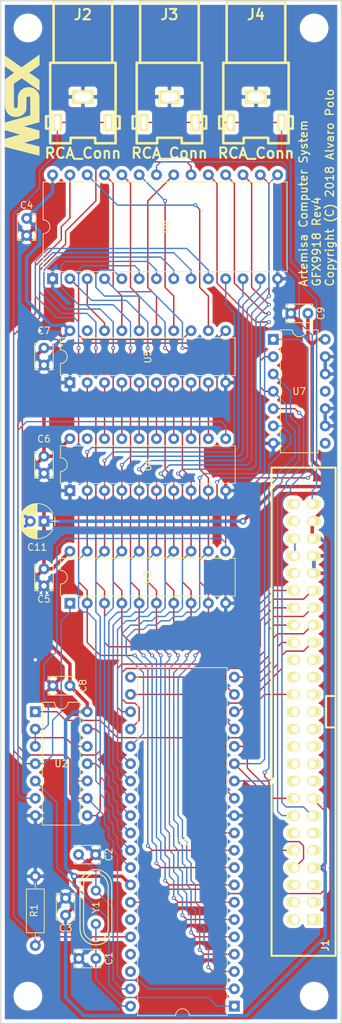
<source format=kicad_pcb>
(kicad_pcb (version 20171130) (host pcbnew "(5.1.0-0)")
  (layers (0 F.Cu signal) (31 B.Cu signal) (34 B.Paste user) (35 F.Paste user) (36 B.SilkS user) (37 F.SilkS user) (38 B.Mask user) (39 F.Mask user) (44 Edge.Cuts user))
  (net 0 "")
  (net 1 "Net-(C1-Pad1)")
  (net 2 GND)
  (net 3 "Net-(C2-Pad1)")
  (net 4 "Net-(J1-Pad42)")
  (net 5 "Net-(J1-Pad44)")
  (net 6 "Net-(J1-Pad50)")
  (net 7 "Net-(J1-Pad48)")
  (net 8 "Net-(J1-Pad31)")
  (net 9 "Net-(J1-Pad32)")
  (net 10 "Net-(J1-Pad27)")
  (net 11 "Net-(J1-Pad30)")
  (net 12 "Net-(J1-Pad29)")
  (net 13 "Net-(J1-Pad25)")
  (net 14 "Net-(J1-Pad26)")
  (net 15 "Net-(J1-Pad24)")
  (net 16 "Net-(J1-Pad23)")
  (net 17 "Net-(J1-Pad21)")
  (net 18 "Net-(J1-Pad22)")
  (net 19 "Net-(J1-Pad20)")
  (net 20 "Net-(J1-Pad19)")
  (net 21 "Net-(J1-Pad17)")
  (net 22 "Net-(J1-Pad18)")
  (net 23 "Net-(J1-Pad12)")
  (net 24 "Net-(J1-Pad11)")
  (net 25 "Net-(J1-Pad9)")
  (net 26 "Net-(J1-Pad1)")
  (net 27 "Net-(J1-Pad2)")
  (net 28 "Net-(J1-Pad3)")
  (net 29 "Net-(J1-Pad4)")
  (net 30 "Net-(J1-Pad5)")
  (net 31 "Net-(J1-Pad6)")
  (net 32 "Net-(U1-Pad37)")
  (net 33 "Net-(U1-Pad38)")
  (net 34 "Net-(U2-Pad11)")
  (net 35 "Net-(U2-Pad10)")
  (net 36 "Net-(U4-Pad19)")
  (net 37 "Net-(U5-Pad19)")
  (net 38 "Net-(U7-Pad11)")
  (net 39 "Net-(U7-Pad8)")
  (net 40 ~)
  (net 41 "Net-(U1-Pad35)")
  (net 42 "/Input connector & power/~INT")
  (net 43 "/Input connector & power/BUSDIR")
  (net 44 "/Input connector & power/~RD")
  (net 45 "/Input connector & power/~WR")
  (net 46 "/Input connector & power/~RESET")
  (net 47 "/Input connector & power/~VDPIOSL")
  (net 48 "/Input connector & power/A0")
  (net 49 "/Input connector & power/DATA1")
  (net 50 "/Input connector & power/DATA0")
  (net 51 "/Input connector & power/DATA2")
  (net 52 "/Input connector & power/DATA3")
  (net 53 "/Input connector & power/DATA7")
  (net 54 "/Input connector & power/DATA6")
  (net 55 "/Input connector & power/DATA4")
  (net 56 "/Input connector & power/DATA5")
  (net 57 "/Input connector & power/SOUNDOUT")
  (net 58 "/Output connectors/CVBS")
  (net 59 "/Interface Decoding Logic/~CSW")
  (net 60 "/VRAM Decoding Logic/~WR")
  (net 61 "/VRAM Decoding Logic/AD0")
  (net 62 "/VRAM Decoding Logic/AD1")
  (net 63 "/VRAM Decoding Logic/AD2")
  (net 64 "/VRAM Decoding Logic/AD3")
  (net 65 "/VRAM Decoding Logic/AD4")
  (net 66 "/VRAM Decoding Logic/AD5")
  (net 67 "/VRAM Decoding Logic/AD6")
  (net 68 "/VRAM Decoding Logic/AD7")
  (net 69 "/VRAM Decoding Logic/~CAS")
  (net 70 "/VRAM Decoding Logic/~RAS")
  (net 71 "Net-(U2-Pad6)")
  (net 72 "Net-(U2-Pad12)")
  (net 73 "/VRAM Decoding Logic/RD")
  (net 74 "/VRAM Decoding Logic/WR")
  (net 75 /VRAM/RD0)
  (net 76 /VRAM/RD1)
  (net 77 /VRAM/RD2)
  (net 78 /VRAM/RD3)
  (net 79 /VRAM/RD4)
  (net 80 /VRAM/RD5)
  (net 81 /VRAM/RD6)
  (net 82 /VRAM/RD7)
  (net 83 "/VRAM Decoding Logic/A0")
  (net 84 "/VRAM Decoding Logic/A1")
  (net 85 "/VRAM Decoding Logic/A2")
  (net 86 "/VRAM Decoding Logic/A3")
  (net 87 "/VRAM Decoding Logic/A4")
  (net 88 "/VRAM Decoding Logic/A5")
  (net 89 "/VRAM Decoding Logic/A6")
  (net 90 "/VRAM Decoding Logic/A7")
  (net 91 "/VRAM Decoding Logic/A8")
  (net 92 "/VRAM Decoding Logic/A9")
  (net 93 "/VRAM Decoding Logic/A10")
  (net 94 "/VRAM Decoding Logic/A11")
  (net 95 "/VRAM Decoding Logic/A12")
  (net 96 "/VRAM Decoding Logic/A13")
  (module artemisa:DIP-28_600 (layer F.Cu) (at 51.62 78.78 90)
    (fp_text reference U6 (at 7.62 16.51 90) (layer F.SilkS))
    (fp_text value 62256)
    (pad 28 thru_hole oval (at 15.24 0 90) (size 1.6 1.6) (drill 0.8) (layers *.Cu *.Mask) (net 40 ~))
    (pad 14 thru_hole oval (at 0 33.02 90) (size 1.6 1.6) (drill 0.8) (layers *.Cu *.Mask) (net 2 GND))
    (pad 27 thru_hole oval (at 15.24 2.54 90) (size 1.6 1.6) (drill 0.8) (layers *.Cu *.Mask) (net 73 "/VRAM Decoding Logic/RD"))
    (pad 13 thru_hole oval (at 0 30.48 90) (size 1.6 1.6) (drill 0.8) (layers *.Cu *.Mask) (net 77 /VRAM/RD2))
    (pad 26 thru_hole oval (at 15.24 5.08 90) (size 1.6 1.6) (drill 0.8) (layers *.Cu *.Mask) (net 96 "/VRAM Decoding Logic/A13"))
    (pad 12 thru_hole oval (at 0 27.94 90) (size 1.6 1.6) (drill 0.8) (layers *.Cu *.Mask) (net 76 /VRAM/RD1))
    (pad 25 thru_hole oval (at 15.24 7.62 90) (size 1.6 1.6) (drill 0.8) (layers *.Cu *.Mask) (net 91 "/VRAM Decoding Logic/A8"))
    (pad 11 thru_hole oval (at 0 25.4 90) (size 1.6 1.6) (drill 0.8) (layers *.Cu *.Mask) (net 75 /VRAM/RD0))
    (pad 24 thru_hole oval (at 15.24 10.16 90) (size 1.6 1.6) (drill 0.8) (layers *.Cu *.Mask) (net 92 "/VRAM Decoding Logic/A9"))
    (pad 10 thru_hole oval (at 0 22.86 90) (size 1.6 1.6) (drill 0.8) (layers *.Cu *.Mask) (net 83 "/VRAM Decoding Logic/A0"))
    (pad 23 thru_hole oval (at 15.24 12.7 90) (size 1.6 1.6) (drill 0.8) (layers *.Cu *.Mask) (net 94 "/VRAM Decoding Logic/A11"))
    (pad 9 thru_hole oval (at 0 20.32 90) (size 1.6 1.6) (drill 0.8) (layers *.Cu *.Mask) (net 84 "/VRAM Decoding Logic/A1"))
    (pad 22 thru_hole oval (at 15.24 15.24 90) (size 1.6 1.6) (drill 0.8) (layers *.Cu *.Mask) (net 74 "/VRAM Decoding Logic/WR"))
    (pad 8 thru_hole oval (at 0 17.78 90) (size 1.6 1.6) (drill 0.8) (layers *.Cu *.Mask) (net 85 "/VRAM Decoding Logic/A2"))
    (pad 21 thru_hole oval (at 15.24 17.78 90) (size 1.6 1.6) (drill 0.8) (layers *.Cu *.Mask) (net 93 "/VRAM Decoding Logic/A10"))
    (pad 7 thru_hole oval (at 0 15.24 90) (size 1.6 1.6) (drill 0.8) (layers *.Cu *.Mask) (net 86 "/VRAM Decoding Logic/A3"))
    (pad 20 thru_hole oval (at 15.24 20.32 90) (size 1.6 1.6) (drill 0.8) (layers *.Cu *.Mask) (net 69 "/VRAM Decoding Logic/~CAS"))
    (pad 6 thru_hole oval (at 0 12.7 90) (size 1.6 1.6) (drill 0.8) (layers *.Cu *.Mask) (net 87 "/VRAM Decoding Logic/A4"))
    (pad 19 thru_hole oval (at 15.24 22.86 90) (size 1.6 1.6) (drill 0.8) (layers *.Cu *.Mask) (net 82 /VRAM/RD7))
    (pad 5 thru_hole oval (at 0 10.16 90) (size 1.6 1.6) (drill 0.8) (layers *.Cu *.Mask) (net 88 "/VRAM Decoding Logic/A5"))
    (pad 18 thru_hole oval (at 15.24 25.4 90) (size 1.6 1.6) (drill 0.8) (layers *.Cu *.Mask) (net 81 /VRAM/RD6))
    (pad 4 thru_hole oval (at 0 7.62 90) (size 1.6 1.6) (drill 0.8) (layers *.Cu *.Mask) (net 89 "/VRAM Decoding Logic/A6"))
    (pad 17 thru_hole oval (at 15.24 27.94 90) (size 1.6 1.6) (drill 0.8) (layers *.Cu *.Mask) (net 80 /VRAM/RD5))
    (pad 3 thru_hole oval (at 0 5.08 90) (size 1.6 1.6) (drill 0.8) (layers *.Cu *.Mask) (net 90 "/VRAM Decoding Logic/A7"))
    (pad 16 thru_hole oval (at 15.24 30.48 90) (size 1.6 1.6) (drill 0.8) (layers *.Cu *.Mask) (net 79 /VRAM/RD4))
    (pad 2 thru_hole oval (at 0 2.54 90) (size 1.6 1.6) (drill 0.8) (layers *.Cu *.Mask) (net 95 "/VRAM Decoding Logic/A12"))
    (pad 15 thru_hole oval (at 15.24 33.02 90) (size 1.6 1.6) (drill 0.8) (layers *.Cu *.Mask) (net 78 /VRAM/RD3))
    (pad 1 thru_hole rect (at 0 0 90) (size 1.6 1.6) (drill 0.8) (layers *.Cu *.Mask) (net 2 GND))
  )
  (module artemisa:DIP-40_600 (layer F.Cu) (at 78.29 185.46 180)
    (fp_text reference U1 (at 7.62 24.13 180) (layer F.SilkS))
    (fp_text value TMS9918)
    (pad 40 thru_hole oval (at 15.24 0 180) (size 1.6 1.6) (drill 0.8) (layers *.Cu *.Mask) (net 1 "Net-(C1-Pad1)"))
    (pad 20 thru_hole oval (at 0 48.26 180) (size 1.6 1.6) (drill 0.8) (layers *.Cu *.Mask) (net 52 "/Input connector & power/DATA3"))
    (pad 39 thru_hole oval (at 15.24 2.54 180) (size 1.6 1.6) (drill 0.8) (layers *.Cu *.Mask) (net 3 "Net-(C2-Pad1)"))
    (pad 19 thru_hole oval (at 0 45.72 180) (size 1.6 1.6) (drill 0.8) (layers *.Cu *.Mask) (net 51 "/Input connector & power/DATA2"))
    (pad 38 thru_hole oval (at 15.24 5.08 180) (size 1.6 1.6) (drill 0.8) (layers *.Cu *.Mask) (net 33 "Net-(U1-Pad38)"))
    (pad 18 thru_hole oval (at 0 43.18 180) (size 1.6 1.6) (drill 0.8) (layers *.Cu *.Mask) (net 49 "/Input connector & power/DATA1"))
    (pad 37 thru_hole oval (at 15.24 7.62 180) (size 1.6 1.6) (drill 0.8) (layers *.Cu *.Mask) (net 32 "Net-(U1-Pad37)"))
    (pad 17 thru_hole oval (at 0 40.64 180) (size 1.6 1.6) (drill 0.8) (layers *.Cu *.Mask) (net 50 "/Input connector & power/DATA0"))
    (pad 36 thru_hole oval (at 15.24 10.16 180) (size 1.6 1.6) (drill 0.8) (layers *.Cu *.Mask) (net 58 "/Output connectors/CVBS"))
    (pad 16 thru_hole oval (at 0 38.1 180) (size 1.6 1.6) (drill 0.8) (layers *.Cu *.Mask) (net 42 "/Input connector & power/~INT"))
    (pad 35 thru_hole oval (at 15.24 12.7 180) (size 1.6 1.6) (drill 0.8) (layers *.Cu *.Mask) (net 41 "Net-(U1-Pad35)"))
    (pad 15 thru_hole oval (at 0 35.56 180) (size 1.6 1.6) (drill 0.8) (layers *.Cu *.Mask) (net 43 "/Input connector & power/BUSDIR"))
    (pad 34 thru_hole oval (at 15.24 15.24 180) (size 1.6 1.6) (drill 0.8) (layers *.Cu *.Mask) (net 46 "/Input connector & power/~RESET"))
    (pad 14 thru_hole oval (at 0 33.02 180) (size 1.6 1.6) (drill 0.8) (layers *.Cu *.Mask) (net 59 "/Interface Decoding Logic/~CSW"))
    (pad 33 thru_hole oval (at 15.24 17.78 180) (size 1.6 1.6) (drill 0.8) (layers *.Cu *.Mask) (net 40 ~))
    (pad 13 thru_hole oval (at 0 30.48 180) (size 1.6 1.6) (drill 0.8) (layers *.Cu *.Mask) (net 48 "/Input connector & power/A0"))
    (pad 32 thru_hole oval (at 15.24 20.32 180) (size 1.6 1.6) (drill 0.8) (layers *.Cu *.Mask) (net 75 /VRAM/RD0))
    (pad 12 thru_hole oval (at 0 27.94 180) (size 1.6 1.6) (drill 0.8) (layers *.Cu *.Mask) (net 2 GND))
    (pad 31 thru_hole oval (at 15.24 22.86 180) (size 1.6 1.6) (drill 0.8) (layers *.Cu *.Mask) (net 76 /VRAM/RD1))
    (pad 11 thru_hole oval (at 0 25.4 180) (size 1.6 1.6) (drill 0.8) (layers *.Cu *.Mask) (net 60 "/VRAM Decoding Logic/~WR"))
    (pad 30 thru_hole oval (at 15.24 25.4 180) (size 1.6 1.6) (drill 0.8) (layers *.Cu *.Mask) (net 77 /VRAM/RD2))
    (pad 10 thru_hole oval (at 0 22.86 180) (size 1.6 1.6) (drill 0.8) (layers *.Cu *.Mask) (net 61 "/VRAM Decoding Logic/AD0"))
    (pad 29 thru_hole oval (at 15.24 27.94 180) (size 1.6 1.6) (drill 0.8) (layers *.Cu *.Mask) (net 78 /VRAM/RD3))
    (pad 9 thru_hole oval (at 0 20.32 180) (size 1.6 1.6) (drill 0.8) (layers *.Cu *.Mask) (net 62 "/VRAM Decoding Logic/AD1"))
    (pad 28 thru_hole oval (at 15.24 30.48 180) (size 1.6 1.6) (drill 0.8) (layers *.Cu *.Mask) (net 79 /VRAM/RD4))
    (pad 8 thru_hole oval (at 0 17.78 180) (size 1.6 1.6) (drill 0.8) (layers *.Cu *.Mask) (net 63 "/VRAM Decoding Logic/AD2"))
    (pad 27 thru_hole oval (at 15.24 33.02 180) (size 1.6 1.6) (drill 0.8) (layers *.Cu *.Mask) (net 80 /VRAM/RD5))
    (pad 7 thru_hole oval (at 0 15.24 180) (size 1.6 1.6) (drill 0.8) (layers *.Cu *.Mask) (net 64 "/VRAM Decoding Logic/AD3"))
    (pad 26 thru_hole oval (at 15.24 35.56 180) (size 1.6 1.6) (drill 0.8) (layers *.Cu *.Mask) (net 81 /VRAM/RD6))
    (pad 6 thru_hole oval (at 0 12.7 180) (size 1.6 1.6) (drill 0.8) (layers *.Cu *.Mask) (net 65 "/VRAM Decoding Logic/AD4"))
    (pad 25 thru_hole oval (at 15.24 38.1 180) (size 1.6 1.6) (drill 0.8) (layers *.Cu *.Mask) (net 82 /VRAM/RD7))
    (pad 5 thru_hole oval (at 0 10.16 180) (size 1.6 1.6) (drill 0.8) (layers *.Cu *.Mask) (net 66 "/VRAM Decoding Logic/AD5"))
    (pad 24 thru_hole oval (at 15.24 40.64 180) (size 1.6 1.6) (drill 0.8) (layers *.Cu *.Mask) (net 53 "/Input connector & power/DATA7"))
    (pad 4 thru_hole oval (at 0 7.62 180) (size 1.6 1.6) (drill 0.8) (layers *.Cu *.Mask) (net 67 "/VRAM Decoding Logic/AD6"))
    (pad 23 thru_hole oval (at 15.24 43.18 180) (size 1.6 1.6) (drill 0.8) (layers *.Cu *.Mask) (net 54 "/Input connector & power/DATA6"))
    (pad 3 thru_hole oval (at 0 5.08 180) (size 1.6 1.6) (drill 0.8) (layers *.Cu *.Mask) (net 68 "/VRAM Decoding Logic/AD7"))
    (pad 22 thru_hole oval (at 15.24 45.72 180) (size 1.6 1.6) (drill 0.8) (layers *.Cu *.Mask) (net 56 "/Input connector & power/DATA5"))
    (pad 2 thru_hole oval (at 0 2.54 180) (size 1.6 1.6) (drill 0.8) (layers *.Cu *.Mask) (net 69 "/VRAM Decoding Logic/~CAS"))
    (pad 21 thru_hole oval (at 15.24 48.26 180) (size 1.6 1.6) (drill 0.8) (layers *.Cu *.Mask) (net 55 "/Input connector & power/DATA4"))
    (pad 1 thru_hole rect (at 0 0 180) (size 1.6 1.6) (drill 0.8) (layers *.Cu *.Mask) (net 70 "/VRAM Decoding Logic/~RAS"))
  )
  (module artemisa:RCA_red (layer F.Cu) (at 81.465 52.11 180)
    (fp_text reference J4 (at 0 12.065 180) (layer F.SilkS) (effects (font (size 1.524 1.524) (thickness 0.3048))))
    (fp_text value RCA_Conn (at 0 -8.255 180) (layer F.SilkS) (effects (font (size 1.524 1.524) (thickness 0.3048))))
    (pad 1 thru_hole rect (at -3.75 -3.75 180) (size 1.4 2.5) (drill oval 0.7 2) (layers *.Cu *.Mask F.SilkS) (net 57 "/Input connector & power/SOUNDOUT"))
    (pad 2 thru_hole rect (at 0 0 180) (size 3.2 2) (drill oval 2.5 1.3) (layers *.Cu *.Mask F.SilkS) (net 2 GND))
    (pad 1 thru_hole rect (at 3.75 -3.75 180) (size 1.4 2.5) (drill oval 0.7 2) (layers *.Cu *.Mask F.SilkS) (net 57 "/Input connector & power/SOUNDOUT"))
  )
  (module artemisa:RCA_white (layer F.Cu) (at 68.765 52.11 180)
    (fp_text reference J3 (at 0 12.065 180) (layer F.SilkS) (effects (font (size 1.524 1.524) (thickness 0.3048))))
    (fp_text value RCA_Conn (at 0 -8.255 180) (layer F.SilkS) (effects (font (size 1.524 1.524) (thickness 0.3048))))
    (pad 1 thru_hole rect (at -3.75 -3.75 180) (size 1.4 2.5) (drill oval 0.7 2) (layers *.Cu *.Mask F.SilkS) (net 57 "/Input connector & power/SOUNDOUT"))
    (pad 2 thru_hole rect (at 0 0 180) (size 3.2 2) (drill oval 2.5 1.3) (layers *.Cu *.Mask F.SilkS) (net 2 GND))
    (pad 1 thru_hole rect (at 3.75 -3.75 180) (size 1.4 2.5) (drill oval 0.7 2) (layers *.Cu *.Mask F.SilkS) (net 57 "/Input connector & power/SOUNDOUT"))
  )
  (module artemisa:RCA_yellow (layer F.Cu) (at 56.065 52.11 180)
    (fp_text reference J2 (at 0 12.065 180) (layer F.SilkS) (effects (font (size 1.524 1.524) (thickness 0.3048))))
    (fp_text value RCA_Conn (at 0 -8.255 180) (layer F.SilkS) (effects (font (size 1.524 1.524) (thickness 0.3048))))
    (pad 1 thru_hole rect (at -3.75 -3.75 180) (size 1.4 2.5) (drill oval 0.7 2) (layers *.Cu *.Mask F.SilkS) (net 58 "/Output connectors/CVBS"))
    (pad 2 thru_hole rect (at 0 0 180) (size 3.2 2) (drill oval 2.5 1.3) (layers *.Cu *.Mask F.SilkS) (net 2 GND))
    (pad 1 thru_hole rect (at 3.75 -3.75 180) (size 1.4 2.5) (drill oval 0.7 2) (layers *.Cu *.Mask F.SilkS) (net 58 "/Output connectors/CVBS"))
  )
  (module artemisa:DIP-20_300 (layer F.Cu) (at 54.16 94.02 90)
    (fp_text reference U5 (at 3.81 11.43 90) (layer F.SilkS))
    (fp_text value 74HCT574)
    (pad 20 thru_hole oval (at 7.62 0 90) (size 1.6 1.6) (drill 0.8) (layers *.Cu *.Mask) (net 40 ~))
    (pad 10 thru_hole oval (at 0 22.86 90) (size 1.6 1.6) (drill 0.8) (layers *.Cu *.Mask) (net 2 GND))
    (pad 19 thru_hole oval (at 7.62 2.54 90) (size 1.6 1.6) (drill 0.8) (layers *.Cu *.Mask) (net 37 "Net-(U5-Pad19)"))
    (pad 9 thru_hole oval (at 0 20.32 90) (size 1.6 1.6) (drill 0.8) (layers *.Cu *.Mask) (net 68 "/VRAM Decoding Logic/AD7"))
    (pad 18 thru_hole oval (at 7.62 5.08 90) (size 1.6 1.6) (drill 0.8) (layers *.Cu *.Mask) (net 90 "/VRAM Decoding Logic/A7"))
    (pad 8 thru_hole oval (at 0 17.78 90) (size 1.6 1.6) (drill 0.8) (layers *.Cu *.Mask) (net 67 "/VRAM Decoding Logic/AD6"))
    (pad 17 thru_hole oval (at 7.62 7.62 90) (size 1.6 1.6) (drill 0.8) (layers *.Cu *.Mask) (net 91 "/VRAM Decoding Logic/A8"))
    (pad 7 thru_hole oval (at 0 15.24 90) (size 1.6 1.6) (drill 0.8) (layers *.Cu *.Mask) (net 66 "/VRAM Decoding Logic/AD5"))
    (pad 16 thru_hole oval (at 7.62 10.16 90) (size 1.6 1.6) (drill 0.8) (layers *.Cu *.Mask) (net 92 "/VRAM Decoding Logic/A9"))
    (pad 6 thru_hole oval (at 0 12.7 90) (size 1.6 1.6) (drill 0.8) (layers *.Cu *.Mask) (net 65 "/VRAM Decoding Logic/AD4"))
    (pad 15 thru_hole oval (at 7.62 12.7 90) (size 1.6 1.6) (drill 0.8) (layers *.Cu *.Mask) (net 93 "/VRAM Decoding Logic/A10"))
    (pad 5 thru_hole oval (at 0 10.16 90) (size 1.6 1.6) (drill 0.8) (layers *.Cu *.Mask) (net 64 "/VRAM Decoding Logic/AD3"))
    (pad 14 thru_hole oval (at 7.62 15.24 90) (size 1.6 1.6) (drill 0.8) (layers *.Cu *.Mask) (net 94 "/VRAM Decoding Logic/A11"))
    (pad 4 thru_hole oval (at 0 7.62 90) (size 1.6 1.6) (drill 0.8) (layers *.Cu *.Mask) (net 63 "/VRAM Decoding Logic/AD2"))
    (pad 13 thru_hole oval (at 7.62 17.78 90) (size 1.6 1.6) (drill 0.8) (layers *.Cu *.Mask) (net 95 "/VRAM Decoding Logic/A12"))
    (pad 3 thru_hole oval (at 0 5.08 90) (size 1.6 1.6) (drill 0.8) (layers *.Cu *.Mask) (net 62 "/VRAM Decoding Logic/AD1"))
    (pad 12 thru_hole oval (at 7.62 20.32 90) (size 1.6 1.6) (drill 0.8) (layers *.Cu *.Mask) (net 96 "/VRAM Decoding Logic/A13"))
    (pad 2 thru_hole oval (at 0 2.54 90) (size 1.6 1.6) (drill 0.8) (layers *.Cu *.Mask) (net 61 "/VRAM Decoding Logic/AD0"))
    (pad 11 thru_hole oval (at 7.62 22.86 90) (size 1.6 1.6) (drill 0.8) (layers *.Cu *.Mask) (net 72 "Net-(U2-Pad12)"))
    (pad 1 thru_hole rect (at 0 0 90) (size 1.6 1.6) (drill 0.8) (layers *.Cu *.Mask) (net 2 GND))
  )
  (module artemisa:GFX_conn (layer F.Cu) (at 88.45 142.28 90)
    (fp_text reference J1 (at -34.29 3.175 90) (layer F.SilkS) (effects (font (thickness 0.2032))))
    (fp_text value GFX_Connector_Input hide)
    (pad 6 thru_hole oval (at -25.4 -1.27 90) (size 1.5 2) (drill 1 (offset 0 -0.25)) (layers *.Cu *.Mask F.SilkS) (net 31 "Net-(J1-Pad6)"))
    (pad 5 thru_hole oval (at -25.4 1.27 90) (size 1.5 2) (drill 1 (offset 0 0.25)) (layers *.Cu *.Mask F.SilkS) (net 30 "Net-(J1-Pad5)"))
    (pad 4 thru_hole oval (at -27.94 -1.27 90) (size 1.5 2) (drill 1 (offset 0 -0.25)) (layers *.Cu *.Mask F.SilkS) (net 29 "Net-(J1-Pad4)"))
    (pad 3 thru_hole oval (at -27.94 1.27 90) (size 1.5 2) (drill 1 (offset 0 0.25)) (layers *.Cu *.Mask F.SilkS) (net 28 "Net-(J1-Pad3)"))
    (pad 2 thru_hole oval (at -30.48 -1.27 90) (size 1.5 2) (drill 1 (offset 0 -0.25)) (layers *.Cu *.Mask F.SilkS) (net 27 "Net-(J1-Pad2)"))
    (pad 1 thru_hole rect (at -30.48 1.27 90) (size 1.5 2) (drill 1 (offset 0 0.25)) (layers *.Cu *.Mask F.SilkS) (net 26 "Net-(J1-Pad1)"))
    (pad 7 thru_hole oval (at -22.86 1.27 90) (size 1.5 2) (drill 1 (offset 0 0.25)) (layers *.Cu *.Mask F.SilkS) (net 40 ~))
    (pad 8 thru_hole oval (at -22.86 -1.27 90) (size 1.5 2) (drill 1 (offset 0 -0.25)) (layers *.Cu *.Mask F.SilkS) (net 42 "/Input connector & power/~INT"))
    (pad 10 thru_hole oval (at -20.32 -1.27 90) (size 1.5 2) (drill 1 (offset 0 -0.25)) (layers *.Cu *.Mask F.SilkS) (net 43 "/Input connector & power/BUSDIR"))
    (pad 9 thru_hole oval (at -20.32 1.27 90) (size 1.5 2) (drill 1 (offset 0 0.25)) (layers *.Cu *.Mask F.SilkS) (net 25 "Net-(J1-Pad9)"))
    (pad 11 thru_hole oval (at -17.78 1.27 90) (size 1.5 2) (drill 1 (offset 0 0.25)) (layers *.Cu *.Mask F.SilkS) (net 24 "Net-(J1-Pad11)"))
    (pad 12 thru_hole oval (at -17.78 -1.27 90) (size 1.5 2) (drill 1 (offset 0 -0.25)) (layers *.Cu *.Mask F.SilkS) (net 23 "Net-(J1-Pad12)"))
    (pad 14 thru_hole oval (at -15.24 -1.27 90) (size 1.5 2) (drill 1 (offset 0 -0.25)) (layers *.Cu *.Mask F.SilkS) (net 44 "/Input connector & power/~RD"))
    (pad 13 thru_hole oval (at -15.24 1.27 90) (size 1.5 2) (drill 1 (offset 0 0.25)) (layers *.Cu *.Mask F.SilkS) (net 45 "/Input connector & power/~WR"))
    (pad 15 thru_hole oval (at -12.7 1.27 90) (size 1.5 2) (drill 1 (offset 0 0.25)) (layers *.Cu *.Mask F.SilkS) (net 46 "/Input connector & power/~RESET"))
    (pad 16 thru_hole oval (at -12.7 -1.27 90) (size 1.5 2) (drill 1 (offset 0 -0.25)) (layers *.Cu *.Mask F.SilkS) (net 47 "/Input connector & power/~VDPIOSL"))
    (pad 18 thru_hole oval (at -10.16 -1.27 90) (size 1.5 2) (drill 1 (offset 0 -0.25)) (layers *.Cu *.Mask F.SilkS) (net 22 "Net-(J1-Pad18)"))
    (pad 17 thru_hole oval (at -10.16 1.27 90) (size 1.5 2) (drill 1 (offset 0 0.25)) (layers *.Cu *.Mask F.SilkS) (net 21 "Net-(J1-Pad17)"))
    (pad 19 thru_hole oval (at -7.62 1.27 90) (size 1.5 2) (drill 1 (offset 0 0.25)) (layers *.Cu *.Mask F.SilkS) (net 20 "Net-(J1-Pad19)"))
    (pad 20 thru_hole oval (at -7.62 -1.27 90) (size 1.5 2) (drill 1 (offset 0 -0.25)) (layers *.Cu *.Mask F.SilkS) (net 19 "Net-(J1-Pad20)"))
    (pad 22 thru_hole oval (at -5.08 -1.27 90) (size 1.5 2) (drill 1 (offset 0 -0.25)) (layers *.Cu *.Mask F.SilkS) (net 18 "Net-(J1-Pad22)"))
    (pad 21 thru_hole oval (at -5.08 1.27 90) (size 1.5 2) (drill 1 (offset 0 0.25)) (layers *.Cu *.Mask F.SilkS) (net 17 "Net-(J1-Pad21)"))
    (pad 23 thru_hole oval (at -2.54 1.27 90) (size 1.5 2) (drill 1 (offset 0 0.25)) (layers *.Cu *.Mask F.SilkS) (net 16 "Net-(J1-Pad23)"))
    (pad 24 thru_hole oval (at -2.54 -1.27 90) (size 1.5 2) (drill 1 (offset 0 -0.25)) (layers *.Cu *.Mask F.SilkS) (net 15 "Net-(J1-Pad24)"))
    (pad 26 thru_hole oval (at 0 -1.27 90) (size 1.5 2) (drill 1 (offset 0 -0.25)) (layers *.Cu *.Mask F.SilkS) (net 14 "Net-(J1-Pad26)"))
    (pad 25 thru_hole oval (at 0 1.27 90) (size 1.5 2) (drill 1 (offset 0 0.25)) (layers *.Cu *.Mask F.SilkS) (net 13 "Net-(J1-Pad25)"))
    (pad 29 thru_hole oval (at 5.08 1.27 90) (size 1.5 2) (drill 1 (offset 0 0.25)) (layers *.Cu *.Mask F.SilkS) (net 12 "Net-(J1-Pad29)"))
    (pad 30 thru_hole oval (at 5.08 -1.27 90) (size 1.5 2) (drill 1 (offset 0 -0.25)) (layers *.Cu *.Mask F.SilkS) (net 11 "Net-(J1-Pad30)"))
    (pad 28 thru_hole oval (at 2.54 -1.27 90) (size 1.5 2) (drill 1 (offset 0 -0.25)) (layers *.Cu *.Mask F.SilkS) (net 48 "/Input connector & power/A0"))
    (pad 27 thru_hole oval (at 2.54 1.27 90) (size 1.5 2) (drill 1 (offset 0 0.25)) (layers *.Cu *.Mask F.SilkS) (net 10 "Net-(J1-Pad27)"))
    (pad 32 thru_hole oval (at 7.62 -1.27 90) (size 1.5 2) (drill 1 (offset 0 -0.25)) (layers *.Cu *.Mask F.SilkS) (net 9 "Net-(J1-Pad32)"))
    (pad 31 thru_hole oval (at 7.62 1.27 90) (size 1.5 2) (drill 1 (offset 0 0.25)) (layers *.Cu *.Mask F.SilkS) (net 8 "Net-(J1-Pad31)"))
    (pad 33 thru_hole oval (at 10.16 1.27 90) (size 1.5 2) (drill 1 (offset 0 0.25)) (layers *.Cu *.Mask F.SilkS) (net 49 "/Input connector & power/DATA1"))
    (pad 34 thru_hole oval (at 10.16 -1.27 90) (size 1.5 2) (drill 1 (offset 0 -0.25)) (layers *.Cu *.Mask F.SilkS) (net 50 "/Input connector & power/DATA0"))
    (pad 36 thru_hole oval (at 12.7 -1.27 90) (size 1.5 2) (drill 1 (offset 0 -0.25)) (layers *.Cu *.Mask F.SilkS) (net 51 "/Input connector & power/DATA2"))
    (pad 35 thru_hole oval (at 12.7 1.27 90) (size 1.5 2) (drill 1 (offset 0 0.25)) (layers *.Cu *.Mask F.SilkS) (net 52 "/Input connector & power/DATA3"))
    (pad 39 thru_hole oval (at 17.78 1.27 90) (size 1.5 2) (drill 1 (offset 0 0.25)) (layers *.Cu *.Mask F.SilkS) (net 53 "/Input connector & power/DATA7"))
    (pad 40 thru_hole oval (at 17.78 -1.27 90) (size 1.5 2) (drill 1 (offset 0 -0.25)) (layers *.Cu *.Mask F.SilkS) (net 54 "/Input connector & power/DATA6"))
    (pad 38 thru_hole oval (at 15.24 -1.27 90) (size 1.5 2) (drill 1 (offset 0 -0.25)) (layers *.Cu *.Mask F.SilkS) (net 55 "/Input connector & power/DATA4"))
    (pad 37 thru_hole oval (at 15.24 1.27 90) (size 1.5 2) (drill 1 (offset 0 0.25)) (layers *.Cu *.Mask F.SilkS) (net 56 "/Input connector & power/DATA5"))
    (pad 47 thru_hole oval (at 27.94 1.27 90) (size 1.5 2) (drill 1 (offset 0 0.25)) (layers *.Cu *.Mask F.SilkS) (net 40 ~))
    (pad 48 thru_hole oval (at 27.94 -1.27 90) (size 1.5 2) (drill 1 (offset 0 -0.25)) (layers *.Cu *.Mask F.SilkS) (net 7 "Net-(J1-Pad48)"))
    (pad 50 thru_hole oval (at 30.48 -1.27 90) (size 1.5 2) (drill 1 (offset 0 -0.25)) (layers *.Cu *.Mask F.SilkS) (net 6 "Net-(J1-Pad50)"))
    (pad 49 thru_hole oval (at 30.48 1.27 90) (size 1.5 2) (drill 1 (offset 0 0.25)) (layers *.Cu *.Mask F.SilkS) (net 57 "/Input connector & power/SOUNDOUT"))
    (pad 45 thru_hole oval (at 25.4 1.27 90) (size 1.5 2) (drill 1 (offset 0 0.25)) (layers *.Cu *.Mask F.SilkS) (net 40 ~))
    (pad 46 thru_hole oval (at 25.4 -1.27 90) (size 1.5 2) (drill 1 (offset 0 -0.25)) (layers *.Cu *.Mask F.SilkS) (net 5 "Net-(J1-Pad44)"))
    (pad 44 thru_hole oval (at 22.86 -1.27 90) (size 1.5 2) (drill 1 (offset 0 -0.25)) (layers *.Cu *.Mask F.SilkS) (net 5 "Net-(J1-Pad44)"))
    (pad 43 thru_hole oval (at 22.86 1.27 90) (size 1.5 2) (drill 1 (offset 0 0.25)) (layers *.Cu *.Mask F.SilkS) (net 2 GND))
    (pad 41 thru_hole oval (at 20.32 1.27 90) (size 1.5 2) (drill 1 (offset 0 0.25)) (layers *.Cu *.Mask F.SilkS) (net 2 GND))
    (pad 42 thru_hole oval (at 20.32 -1.27 90) (size 1.5 2) (drill 1 (offset 0 -0.25)) (layers *.Cu *.Mask F.SilkS) (net 4 "Net-(J1-Pad42)"))
  )
  (module artemisa:Mounting_hole_M3 (layer F.Cu) (at 90 42)
    (fp_text reference REF** hide)
    (fp_text value MountingHole_M3)
    (pad 1 np_thru_hole circle (at 0 0) (size 3.2 3.2) (drill 3.2) (layers *.Cu *.Mask))
  )
  (module artemisa:Mounting_hole_M3 (layer F.Cu) (at 48 42)
    (fp_text reference REF** hide)
    (fp_text value MountingHole_M3)
    (pad 1 np_thru_hole circle (at 0 0) (size 3.2 3.2) (drill 3.2) (layers *.Cu *.Mask))
  )
  (module artemisa:Mounting_hole_M3 (layer F.Cu) (at 48 184)
    (fp_text reference REF** hide)
    (fp_text value MountingHole_M3)
    (pad 1 np_thru_hole circle (at 0 0) (size 3.2 3.2) (drill 3.2) (layers *.Cu *.Mask))
  )
  (module artemisa:Disc_capacitor (layer F.Cu) (at 57.97 178.475 180)
    (fp_text reference C1 (at -1.905 0 90) (layer F.SilkS))
    (fp_text value 56pF)
    (pad 2 thru_hole circle (at 2.5 0 180) (size 1.6 1.6) (drill 0.8) (layers *.Cu *.Mask) (net 2 GND))
    (pad 1 thru_hole circle (at 0 0 180) (size 1.6 1.6) (drill 0.8) (layers *.Cu *.Mask) (net 1 "Net-(C1-Pad1)"))
  )
  (module artemisa:Disc_capacitor (layer F.Cu) (at 55.43 163.235)
    (fp_text reference C2 (at 4.445 0 90) (layer F.SilkS))
    (fp_text value 56pF)
    (pad 2 thru_hole circle (at 2.5 0) (size 1.6 1.6) (drill 0.8) (layers *.Cu *.Mask) (net 2 GND))
    (pad 1 thru_hole circle (at 0 0) (size 1.6 1.6) (drill 0.8) (layers *.Cu *.Mask) (net 3 "Net-(C2-Pad1)"))
  )
  (module artemisa:Disc_capacitor (layer F.Cu) (at 53.525 172.125 90)
    (fp_text reference C3 (at -1.905 0 -180) (layer F.SilkS))
    (fp_text value 100nF)
    (pad 2 thru_hole circle (at 2.5 0 90) (size 1.6 1.6) (drill 0.8) (layers *.Cu *.Mask) (net 2 GND))
    (pad 1 thru_hole circle (at 0 0 90) (size 1.6 1.6) (drill 0.8) (layers *.Cu *.Mask) (net 40 ~))
  )
  (module artemisa:Disc_capacitor (layer F.Cu) (at 47.81 69.93 270)
    (fp_text reference C4 (at -1.945 0) (layer F.SilkS))
    (fp_text value 100nF)
    (pad 2 thru_hole circle (at 2.5 0 270) (size 1.6 1.6) (drill 0.8) (layers *.Cu *.Mask) (net 2 GND))
    (pad 1 thru_hole circle (at 0 0 270) (size 1.6 1.6) (drill 0.8) (layers *.Cu *.Mask) (net 40 ~))
  )
  (module artemisa:Disc_capacitor (layer F.Cu) (at 50.35 121.325 270)
    (fp_text reference C5 (at 4.445 0) (layer F.SilkS))
    (fp_text value 100nF)
    (pad 2 thru_hole circle (at 2.5 0 270) (size 1.6 1.6) (drill 0.8) (layers *.Cu *.Mask) (net 2 GND))
    (pad 1 thru_hole circle (at 0 0 270) (size 1.6 1.6) (drill 0.8) (layers *.Cu *.Mask) (net 40 ~))
  )
  (module artemisa:Disc_capacitor (layer F.Cu) (at 50.35 104.815 270)
    (fp_text reference C6 (at -2.54 0) (layer F.SilkS))
    (fp_text value 100nF)
    (pad 2 thru_hole circle (at 2.5 0 270) (size 1.6 1.6) (drill 0.8) (layers *.Cu *.Mask) (net 2 GND))
    (pad 1 thru_hole circle (at 0 0 270) (size 1.6 1.6) (drill 0.8) (layers *.Cu *.Mask) (net 40 ~))
  )
  (module artemisa:Disc_capacitor (layer F.Cu) (at 50.35 88.94 270)
    (fp_text reference C7 (at -2.54 0) (layer F.SilkS))
    (fp_text value 100nF)
    (pad 2 thru_hole circle (at 2.5 0 270) (size 1.6 1.6) (drill 0.8) (layers *.Cu *.Mask) (net 2 GND))
    (pad 1 thru_hole circle (at 0 0 270) (size 1.6 1.6) (drill 0.8) (layers *.Cu *.Mask) (net 40 ~))
  )
  (module artemisa:Disc_capacitor (layer F.Cu) (at 54.16 138.47 180)
    (fp_text reference C8 (at -1.905 0 270) (layer F.SilkS))
    (fp_text value 100nF)
    (pad 2 thru_hole circle (at 2.5 0 180) (size 1.6 1.6) (drill 0.8) (layers *.Cu *.Mask) (net 2 GND))
    (pad 1 thru_hole circle (at 0 0 180) (size 1.6 1.6) (drill 0.8) (layers *.Cu *.Mask) (net 40 ~))
  )
  (module artemisa:Disc_capacitor (layer F.Cu) (at 89.085 83.86 180)
    (fp_text reference C9 (at -1.905 0 270) (layer F.SilkS))
    (fp_text value 100nF)
    (pad 2 thru_hole circle (at 2.5 0 180) (size 1.6 1.6) (drill 0.8) (layers *.Cu *.Mask) (net 2 GND))
    (pad 1 thru_hole circle (at 0 0 180) (size 1.6 1.6) (drill 0.8) (layers *.Cu *.Mask) (net 40 ~))
  )
  (module artemisa:Radial_capacitor (layer F.Cu) (at 50.35 114.34 180)
    (fp_text reference C11 (at 1 -3.81 180) (layer F.SilkS))
    (fp_text value 10uF)
    (pad 2 thru_hole circle (at 2 0 180) (size 1.6 1.6) (drill 0.8) (layers *.Cu *.Mask) (net 2 GND))
    (pad 1 thru_hole rect (at 0 0 180) (size 1.6 1.6) (drill 0.8) (layers *.Cu *.Mask) (net 40 ~))
  )
  (module artemisa:Axial_resistor (layer F.Cu) (at 49.08 176.57 90)
    (fp_text reference R1 (at 5.12 -0.185 90) (layer F.SilkS))
    (fp_text value 470)
    (pad 2 thru_hole oval (at 10.16 0 90) (size 1.6 1.6) (drill 0.8) (layers *.Cu *.Mask) (net 2 GND))
    (pad 1 thru_hole circle (at 0 0 90) (size 1.6 1.6) (drill 0.8) (layers *.Cu *.Mask) (net 58 "/Output connectors/CVBS"))
  )
  (module artemisa:DIP-14_300 (layer F.Cu) (at 49.08 142.28)
    (fp_text reference U2 (at 3.81 7.62) (layer F.SilkS))
    (fp_text value 74HCT04)
    (pad 14 thru_hole oval (at 7.62 0) (size 1.6 1.6) (drill 0.8) (layers *.Cu *.Mask) (net 40 ~))
    (pad 7 thru_hole oval (at 0 15.24) (size 1.6 1.6) (drill 0.8) (layers *.Cu *.Mask) (net 2 GND))
    (pad 13 thru_hole oval (at 7.62 2.54) (size 1.6 1.6) (drill 0.8) (layers *.Cu *.Mask) (net 35 "Net-(U2-Pad10)"))
    (pad 6 thru_hole oval (at 0 12.7) (size 1.6 1.6) (drill 0.8) (layers *.Cu *.Mask) (net 71 "Net-(U2-Pad6)"))
    (pad 12 thru_hole oval (at 7.62 5.08) (size 1.6 1.6) (drill 0.8) (layers *.Cu *.Mask) (net 72 "Net-(U2-Pad12)"))
    (pad 5 thru_hole oval (at 0 10.16) (size 1.6 1.6) (drill 0.8) (layers *.Cu *.Mask) (net 70 "/VRAM Decoding Logic/~RAS"))
    (pad 11 thru_hole oval (at 7.62 7.62) (size 1.6 1.6) (drill 0.8) (layers *.Cu *.Mask) (net 34 "Net-(U2-Pad11)"))
    (pad 4 thru_hole oval (at 0 7.62) (size 1.6 1.6) (drill 0.8) (layers *.Cu *.Mask) (net 73 "/VRAM Decoding Logic/RD"))
    (pad 10 thru_hole oval (at 7.62 10.16) (size 1.6 1.6) (drill 0.8) (layers *.Cu *.Mask) (net 35 "Net-(U2-Pad10)"))
    (pad 3 thru_hole oval (at 0 5.08) (size 1.6 1.6) (drill 0.8) (layers *.Cu *.Mask) (net 74 "/VRAM Decoding Logic/WR"))
    (pad 9 thru_hole oval (at 7.62 12.7) (size 1.6 1.6) (drill 0.8) (layers *.Cu *.Mask) (net 69 "/VRAM Decoding Logic/~CAS"))
    (pad 2 thru_hole oval (at 0 2.54) (size 1.6 1.6) (drill 0.8) (layers *.Cu *.Mask) (net 74 "/VRAM Decoding Logic/WR"))
    (pad 8 thru_hole oval (at 7.62 15.24) (size 1.6 1.6) (drill 0.8) (layers *.Cu *.Mask) (net 34 "Net-(U2-Pad11)"))
    (pad 1 thru_hole rect (at 0 0) (size 1.6 1.6) (drill 0.8) (layers *.Cu *.Mask) (net 60 "/VRAM Decoding Logic/~WR"))
  )
  (module artemisa:DIP-20_300 (layer F.Cu) (at 54.16 126.365 90)
    (fp_text reference U3 (at 3.81 11.43 90) (layer F.SilkS))
    (fp_text value 74HCT574)
    (pad 20 thru_hole oval (at 7.62 0 90) (size 1.6 1.6) (drill 0.8) (layers *.Cu *.Mask) (net 40 ~))
    (pad 10 thru_hole oval (at 0 22.86 90) (size 1.6 1.6) (drill 0.8) (layers *.Cu *.Mask) (net 2 GND))
    (pad 19 thru_hole oval (at 7.62 2.54 90) (size 1.6 1.6) (drill 0.8) (layers *.Cu *.Mask) (net 75 /VRAM/RD0))
    (pad 9 thru_hole oval (at 0 20.32 90) (size 1.6 1.6) (drill 0.8) (layers *.Cu *.Mask) (net 68 "/VRAM Decoding Logic/AD7"))
    (pad 18 thru_hole oval (at 7.62 5.08 90) (size 1.6 1.6) (drill 0.8) (layers *.Cu *.Mask) (net 76 /VRAM/RD1))
    (pad 8 thru_hole oval (at 0 17.78 90) (size 1.6 1.6) (drill 0.8) (layers *.Cu *.Mask) (net 67 "/VRAM Decoding Logic/AD6"))
    (pad 17 thru_hole oval (at 7.62 7.62 90) (size 1.6 1.6) (drill 0.8) (layers *.Cu *.Mask) (net 77 /VRAM/RD2))
    (pad 7 thru_hole oval (at 0 15.24 90) (size 1.6 1.6) (drill 0.8) (layers *.Cu *.Mask) (net 66 "/VRAM Decoding Logic/AD5"))
    (pad 16 thru_hole oval (at 7.62 10.16 90) (size 1.6 1.6) (drill 0.8) (layers *.Cu *.Mask) (net 78 /VRAM/RD3))
    (pad 6 thru_hole oval (at 0 12.7 90) (size 1.6 1.6) (drill 0.8) (layers *.Cu *.Mask) (net 65 "/VRAM Decoding Logic/AD4"))
    (pad 15 thru_hole oval (at 7.62 12.7 90) (size 1.6 1.6) (drill 0.8) (layers *.Cu *.Mask) (net 79 /VRAM/RD4))
    (pad 5 thru_hole oval (at 0 10.16 90) (size 1.6 1.6) (drill 0.8) (layers *.Cu *.Mask) (net 64 "/VRAM Decoding Logic/AD3"))
    (pad 14 thru_hole oval (at 7.62 15.24 90) (size 1.6 1.6) (drill 0.8) (layers *.Cu *.Mask) (net 80 /VRAM/RD5))
    (pad 4 thru_hole oval (at 0 7.62 90) (size 1.6 1.6) (drill 0.8) (layers *.Cu *.Mask) (net 63 "/VRAM Decoding Logic/AD2"))
    (pad 13 thru_hole oval (at 7.62 17.78 90) (size 1.6 1.6) (drill 0.8) (layers *.Cu *.Mask) (net 81 /VRAM/RD6))
    (pad 3 thru_hole oval (at 0 5.08 90) (size 1.6 1.6) (drill 0.8) (layers *.Cu *.Mask) (net 62 "/VRAM Decoding Logic/AD1"))
    (pad 12 thru_hole oval (at 7.62 20.32 90) (size 1.6 1.6) (drill 0.8) (layers *.Cu *.Mask) (net 82 /VRAM/RD7))
    (pad 2 thru_hole oval (at 0 2.54 90) (size 1.6 1.6) (drill 0.8) (layers *.Cu *.Mask) (net 61 "/VRAM Decoding Logic/AD0"))
    (pad 11 thru_hole oval (at 7.62 22.86 90) (size 1.6 1.6) (drill 0.8) (layers *.Cu *.Mask) (net 74 "/VRAM Decoding Logic/WR"))
    (pad 1 thru_hole rect (at 0 0 90) (size 1.6 1.6) (drill 0.8) (layers *.Cu *.Mask) (net 73 "/VRAM Decoding Logic/RD"))
  )
  (module artemisa:DIP-20_300 (layer F.Cu) (at 54.16 109.855 90)
    (fp_text reference U4 (at 3.81 11.43 90) (layer F.SilkS))
    (fp_text value 74HCT574)
    (pad 20 thru_hole oval (at 7.62 0 90) (size 1.6 1.6) (drill 0.8) (layers *.Cu *.Mask) (net 40 ~))
    (pad 10 thru_hole oval (at 0 22.86 90) (size 1.6 1.6) (drill 0.8) (layers *.Cu *.Mask) (net 2 GND))
    (pad 19 thru_hole oval (at 7.62 2.54 90) (size 1.6 1.6) (drill 0.8) (layers *.Cu *.Mask) (net 36 "Net-(U4-Pad19)"))
    (pad 9 thru_hole oval (at 0 20.32 90) (size 1.6 1.6) (drill 0.8) (layers *.Cu *.Mask) (net 68 "/VRAM Decoding Logic/AD7"))
    (pad 18 thru_hole oval (at 7.62 5.08 90) (size 1.6 1.6) (drill 0.8) (layers *.Cu *.Mask) (net 83 "/VRAM Decoding Logic/A0"))
    (pad 8 thru_hole oval (at 0 17.78 90) (size 1.6 1.6) (drill 0.8) (layers *.Cu *.Mask) (net 67 "/VRAM Decoding Logic/AD6"))
    (pad 17 thru_hole oval (at 7.62 7.62 90) (size 1.6 1.6) (drill 0.8) (layers *.Cu *.Mask) (net 84 "/VRAM Decoding Logic/A1"))
    (pad 7 thru_hole oval (at 0 15.24 90) (size 1.6 1.6) (drill 0.8) (layers *.Cu *.Mask) (net 66 "/VRAM Decoding Logic/AD5"))
    (pad 16 thru_hole oval (at 7.62 10.16 90) (size 1.6 1.6) (drill 0.8) (layers *.Cu *.Mask) (net 85 "/VRAM Decoding Logic/A2"))
    (pad 6 thru_hole oval (at 0 12.7 90) (size 1.6 1.6) (drill 0.8) (layers *.Cu *.Mask) (net 65 "/VRAM Decoding Logic/AD4"))
    (pad 15 thru_hole oval (at 7.62 12.7 90) (size 1.6 1.6) (drill 0.8) (layers *.Cu *.Mask) (net 86 "/VRAM Decoding Logic/A3"))
    (pad 5 thru_hole oval (at 0 10.16 90) (size 1.6 1.6) (drill 0.8) (layers *.Cu *.Mask) (net 64 "/VRAM Decoding Logic/AD3"))
    (pad 14 thru_hole oval (at 7.62 15.24 90) (size 1.6 1.6) (drill 0.8) (layers *.Cu *.Mask) (net 87 "/VRAM Decoding Logic/A4"))
    (pad 4 thru_hole oval (at 0 7.62 90) (size 1.6 1.6) (drill 0.8) (layers *.Cu *.Mask) (net 63 "/VRAM Decoding Logic/AD2"))
    (pad 13 thru_hole oval (at 7.62 17.78 90) (size 1.6 1.6) (drill 0.8) (layers *.Cu *.Mask) (net 88 "/VRAM Decoding Logic/A5"))
    (pad 3 thru_hole oval (at 0 5.08 90) (size 1.6 1.6) (drill 0.8) (layers *.Cu *.Mask) (net 62 "/VRAM Decoding Logic/AD1"))
    (pad 12 thru_hole oval (at 7.62 20.32 90) (size 1.6 1.6) (drill 0.8) (layers *.Cu *.Mask) (net 89 "/VRAM Decoding Logic/A6"))
    (pad 2 thru_hole oval (at 0 2.54 90) (size 1.6 1.6) (drill 0.8) (layers *.Cu *.Mask) (net 61 "/VRAM Decoding Logic/AD0"))
    (pad 11 thru_hole oval (at 7.62 22.86 90) (size 1.6 1.6) (drill 0.8) (layers *.Cu *.Mask) (net 71 "Net-(U2-Pad6)"))
    (pad 1 thru_hole rect (at 0 0 90) (size 1.6 1.6) (drill 0.8) (layers *.Cu *.Mask) (net 2 GND))
  )
  (module artemisa:DIP-14_300 (layer F.Cu) (at 84.005 87.67)
    (fp_text reference U7 (at 3.81 7.62) (layer F.SilkS))
    (fp_text value 74HC32)
    (pad 14 thru_hole oval (at 7.62 0) (size 1.6 1.6) (drill 0.8) (layers *.Cu *.Mask) (net 40 ~))
    (pad 7 thru_hole oval (at 0 15.24) (size 1.6 1.6) (drill 0.8) (layers *.Cu *.Mask) (net 2 GND))
    (pad 13 thru_hole oval (at 7.62 2.54) (size 1.6 1.6) (drill 0.8) (layers *.Cu *.Mask) (net 2 GND))
    (pad 6 thru_hole oval (at 0 12.7) (size 1.6 1.6) (drill 0.8) (layers *.Cu *.Mask) (net 43 "/Input connector & power/BUSDIR"))
    (pad 12 thru_hole oval (at 7.62 5.08) (size 1.6 1.6) (drill 0.8) (layers *.Cu *.Mask) (net 2 GND))
    (pad 5 thru_hole oval (at 0 10.16) (size 1.6 1.6) (drill 0.8) (layers *.Cu *.Mask) (net 44 "/Input connector & power/~RD"))
    (pad 11 thru_hole oval (at 7.62 7.62) (size 1.6 1.6) (drill 0.8) (layers *.Cu *.Mask) (net 38 "Net-(U7-Pad11)"))
    (pad 4 thru_hole oval (at 0 7.62) (size 1.6 1.6) (drill 0.8) (layers *.Cu *.Mask) (net 47 "/Input connector & power/~VDPIOSL"))
    (pad 10 thru_hole oval (at 7.62 10.16) (size 1.6 1.6) (drill 0.8) (layers *.Cu *.Mask) (net 2 GND))
    (pad 3 thru_hole oval (at 0 5.08) (size 1.6 1.6) (drill 0.8) (layers *.Cu *.Mask) (net 59 "/Interface Decoding Logic/~CSW"))
    (pad 9 thru_hole oval (at 7.62 12.7) (size 1.6 1.6) (drill 0.8) (layers *.Cu *.Mask) (net 2 GND))
    (pad 2 thru_hole oval (at 0 2.54) (size 1.6 1.6) (drill 0.8) (layers *.Cu *.Mask) (net 47 "/Input connector & power/~VDPIOSL"))
    (pad 8 thru_hole oval (at 7.62 15.24) (size 1.6 1.6) (drill 0.8) (layers *.Cu *.Mask) (net 39 "Net-(U7-Pad8)"))
    (pad 1 thru_hole rect (at 0 0) (size 1.6 1.6) (drill 0.8) (layers *.Cu *.Mask) (net 45 "/Input connector & power/~WR"))
  )
  (module artemisa:Crystal (layer F.Cu) (at 57.97 170.95406 90)
    (fp_text reference Y1 (at 0 0 90) (layer F.SilkS))
    (fp_text value 10.7386Mhz hide)
    (pad 2 thru_hole circle (at 2.44094 0 90) (size 1.50114 1.50114) (drill 0.8001) (layers *.Cu *.Mask) (net 3 "Net-(C2-Pad1)"))
    (pad 1 thru_hole circle (at -2.44094 0 90) (size 1.50114 1.50114) (drill 0.8001) (layers *.Cu *.Mask) (net 1 "Net-(C1-Pad1)"))
  )
  (module artemisa:Mounting_hole_M3 (layer F.Cu) (at 90 184)
    (fp_text reference REF** hide)
    (fp_text value MountingHole_M3)
    (pad 1 np_thru_hole circle (at 0 0) (size 3.2 3.2) (drill 3.2) (layers *.Cu *.Mask))
  )
  (module artemisa:MSX_logo (layer F.Cu) (at 47.175 53.38 90)
    (fp_text reference G*** hide)
    (fp_text value LOGO hide)
  )
  (gr_text "Artemisa Computer System\nGFX9918 Rev4\nCopyright (C) 2018 Alvaro Polo" (at 90.355 80.05 90) (layer F.SilkS) (effects (font (size 1.2 1.2) (thickness 0.2)) (justify left)))
  (gr_line (start 44 188) (end 44 38) (layer Edge.Cuts) (width 0.2))
  (gr_line (start 94 188) (end 44 188) (layer Edge.Cuts) (width 0.2))
  (gr_line (start 94 38) (end 94 188) (layer Edge.Cuts) (width 0.2))
  (gr_line (start 44 38) (end 94 38) (layer Edge.Cuts) (width 0.2))
  (segment (start 57.97 179.60637) (end 57.97 178.475) (width 0.2032) (layer B.Cu) (net 1))
  (segment (start 57.97 181.51137) (end 57.97 179.60637) (width 0.2032) (layer B.Cu) (net 1))
  (segment (start 61.91863 185.46) (end 57.97 181.51137) (width 0.2032) (layer B.Cu) (net 1))
  (segment (start 63.05 185.46) (end 61.91863 185.46) (width 0.2032) (layer B.Cu) (net 1))
  (segment (start 57.97 178.475) (end 57.97 173.395) (width 0.2032) (layer B.Cu) (net 1))
  (via (at 49.715 86.4) (size 1) (drill 0.5) (layers F.Cu B.Cu) (net 2))
  (segment (start 51.62 84.495) (end 49.715 86.4) (width 0.508) (layer F.Cu) (net 2))
  (segment (start 51.62 78.78) (end 51.62 84.495) (width 0.508) (layer F.Cu) (net 2))
  (via (at 49.08 134.66) (size 1) (drill 0.5) (layers F.Cu B.Cu) (net 2))
  (segment (start 50.35 133.39) (end 49.08 134.66) (width 0.508) (layer B.Cu) (net 2))
  (segment (start 50.35 123.825) (end 50.35 133.39) (width 0.508) (layer B.Cu) (net 2))
  (segment (start 61.78 182.92) (end 63.05 182.92) (width 0.2032) (layer B.Cu) (net 3))
  (segment (start 60.51 181.65) (end 61.78 182.92) (width 0.2032) (layer B.Cu) (net 3))
  (segment (start 57.97 168.51312) (end 60.51 171.05312) (width 0.2032) (layer B.Cu) (net 3))
  (segment (start 60.51 171.05312) (end 60.51 181.65) (width 0.2032) (layer B.Cu) (net 3))
  (segment (start 57.97 165.775) (end 55.43 163.235) (width 0.2032) (layer B.Cu) (net 3))
  (segment (start 57.97 168.51312) (end 57.97 165.775) (width 0.2032) (layer B.Cu) (net 3))
  (segment (start 87.18 116.88) (end 87.18 119.42) (width 0.2032) (layer B.Cu) (net 5))
  (segment (start 56.7 157.52) (end 57.97 157.52) (width 0.2032) (layer F.Cu) (net 34))
  (segment (start 57.97 157.52) (end 58.605 156.885) (width 0.2032) (layer F.Cu) (net 34))
  (segment (start 58.605 156.885) (end 58.605 150.535) (width 0.2032) (layer F.Cu) (net 34))
  (segment (start 58.605 150.535) (end 57.97 149.9) (width 0.2032) (layer F.Cu) (net 34))
  (segment (start 57.97 149.9) (end 56.7 149.9) (width 0.2032) (layer F.Cu) (net 34))
  (segment (start 56.7 152.44) (end 55.43 152.44) (width 0.2032) (layer F.Cu) (net 35))
  (segment (start 55.43 152.44) (end 54.795 151.805) (width 0.2032) (layer F.Cu) (net 35))
  (segment (start 56.7 144.82) (end 57.97 144.82) (width 0.2032) (layer F.Cu) (net 35))
  (segment (start 57.97 144.82) (end 58.605 145.455) (width 0.2032) (layer F.Cu) (net 35))
  (segment (start 58.605 145.455) (end 58.605 147.995) (width 0.2032) (layer F.Cu) (net 35))
  (segment (start 58.605 147.995) (end 57.97 148.63) (width 0.2032) (layer F.Cu) (net 35))
  (segment (start 57.97 148.63) (end 55.43 148.63) (width 0.2032) (layer F.Cu) (net 35))
  (segment (start 55.43 148.63) (end 54.795 149.265) (width 0.2032) (layer F.Cu) (net 35))
  (segment (start 54.795 151.805) (end 54.795 149.265) (width 0.2032) (layer F.Cu) (net 35))
  (segment (start 56.7 141.01) (end 54.16 138.47) (width 0.508) (layer F.Cu) (net 40))
  (segment (start 56.7 142.28) (end 56.7 141.01) (width 0.508) (layer F.Cu) (net 40))
  (segment (start 48.445 123.23) (end 50.35 121.325) (width 0.508) (layer F.Cu) (net 40))
  (segment (start 54.16 135.295) (end 48.445 129.58) (width 0.508) (layer F.Cu) (net 40))
  (segment (start 48.445 129.58) (end 48.445 123.23) (width 0.508) (layer F.Cu) (net 40))
  (segment (start 54.16 138.47) (end 54.16 135.295) (width 0.508) (layer F.Cu) (net 40))
  (segment (start 51.58 121.325) (end 54.16 118.745) (width 0.508) (layer F.Cu) (net 40))
  (segment (start 50.35 121.325) (end 51.58 121.325) (width 0.508) (layer F.Cu) (net 40))
  (segment (start 50.35 121.325) (end 50.35 114.34) (width 0.508) (layer F.Cu) (net 40))
  (segment (start 48.445 109.895) (end 48.445 106.72) (width 0.508) (layer F.Cu) (net 40))
  (segment (start 48.445 106.72) (end 50.35 104.815) (width 0.508) (layer F.Cu) (net 40))
  (segment (start 50.35 111.8) (end 48.445 109.895) (width 0.508) (layer F.Cu) (net 40))
  (segment (start 50.35 114.34) (end 50.35 111.8) (width 0.508) (layer F.Cu) (net 40))
  (segment (start 51.58 104.815) (end 54.16 102.235) (width 0.508) (layer F.Cu) (net 40))
  (segment (start 50.35 104.815) (end 51.58 104.815) (width 0.508) (layer F.Cu) (net 40))
  (segment (start 48.445 90.845) (end 50.35 88.94) (width 0.508) (layer F.Cu) (net 40))
  (segment (start 48.445 95.925) (end 48.445 90.845) (width 0.508) (layer F.Cu) (net 40))
  (segment (start 50.35 97.83) (end 48.445 95.925) (width 0.508) (layer F.Cu) (net 40))
  (segment (start 50.35 104.815) (end 50.35 97.83) (width 0.508) (layer F.Cu) (net 40))
  (segment (start 51.62 88.94) (end 54.16 86.4) (width 0.508) (layer B.Cu) (net 40))
  (segment (start 50.35 88.94) (end 51.62 88.94) (width 0.508) (layer B.Cu) (net 40))
  (segment (start 49.715 71.835) (end 47.81 69.93) (width 0.508) (layer B.Cu) (net 40))
  (segment (start 49.715 73.7) (end 49.715 71.835) (width 0.508) (layer B.Cu) (net 40))
  (segment (start 47.81 75.605) (end 49.715 73.7) (width 0.508) (layer B.Cu) (net 40))
  (segment (start 47.81 81.955) (end 47.81 75.605) (width 0.508) (layer B.Cu) (net 40))
  (segment (start 51.455001 85.600001) (end 47.81 81.955) (width 0.508) (layer B.Cu) (net 40))
  (segment (start 53.360001 85.600001) (end 51.455001 85.600001) (width 0.508) (layer B.Cu) (net 40))
  (segment (start 54.16 86.4) (end 53.360001 85.600001) (width 0.508) (layer B.Cu) (net 40))
  (segment (start 51.62 66.12) (end 51.62 63.54) (width 0.508) (layer B.Cu) (net 40))
  (segment (start 47.81 69.93) (end 51.62 66.12) (width 0.508) (layer B.Cu) (net 40))
  (segment (start 91.625 175.3) (end 80.068 186.857) (width 0.508) (layer B.Cu) (net 40))
  (segment (start 91.625 165.775) (end 91.625 175.3) (width 0.508) (layer B.Cu) (net 40))
  (segment (start 90.99 165.14) (end 91.625 165.775) (width 0.508) (layer B.Cu) (net 40))
  (segment (start 89.72 165.14) (end 90.99 165.14) (width 0.508) (layer B.Cu) (net 40))
  (segment (start 80.068 186.857) (end 76.004 186.857) (width 0.508) (layer B.Cu) (net 40))
  (segment (start 76.004 186.857) (end 73.337 186.857) (width 0.508) (layer B.Cu) (net 40))
  (segment (start 73.337 186.857) (end 56.192 186.857) (width 0.508) (layer B.Cu) (net 40))
  (segment (start 56.192 186.857) (end 54.795 185.46) (width 0.508) (layer B.Cu) (net 40))
  (segment (start 53.525 172.125) (end 55.43 170.22) (width 0.508) (layer F.Cu) (net 40))
  (segment (start 61.78 166.41) (end 63.05 167.68) (width 0.508) (layer F.Cu) (net 40))
  (segment (start 54.795 166.41) (end 61.78 166.41) (width 0.508) (layer F.Cu) (net 40))
  (segment (start 54.795 142.28) (end 56.7 142.28) (width 0.508) (layer B.Cu) (net 40))
  (segment (start 53.525 143.55) (end 54.795 142.28) (width 0.508) (layer B.Cu) (net 40))
  (segment (start 53.525 165.14) (end 53.525 143.55) (width 0.508) (layer B.Cu) (net 40))
  (segment (start 54.795 166.41) (end 53.525 165.14) (width 0.508) (layer B.Cu) (net 40))
  (via (at 54.795 166.41) (size 1) (drill 0.5) (layers F.Cu B.Cu) (net 40))
  (segment (start 55.43 170.22) (end 55.43 168.315) (width 0.508) (layer F.Cu) (net 40))
  (segment (start 55.43 168.315) (end 54.795 167.68) (width 0.508) (layer F.Cu) (net 40))
  (segment (start 54.795 167.68) (end 54.795 166.41) (width 0.508) (layer F.Cu) (net 40))
  (segment (start 53.525 184.19) (end 54.795 185.46) (width 0.508) (layer B.Cu) (net 40))
  (segment (start 53.525 172.125) (end 53.525 184.19) (width 0.508) (layer B.Cu) (net 40))
  (segment (start 89.72 116.88) (end 89.72 114.34) (width 0.508) (layer F.Cu) (net 40))
  (segment (start 89.72 88.44363) (end 89.72 105.45) (width 0.508) (layer F.Cu) (net 40))
  (segment (start 89.72 105.45) (end 92.26 107.99) (width 0.508) (layer F.Cu) (net 40))
  (segment (start 90.49363 87.67) (end 89.72 88.44363) (width 0.508) (layer F.Cu) (net 40))
  (segment (start 92.26 111.8) (end 89.72 114.34) (width 0.508) (layer F.Cu) (net 40))
  (segment (start 91.625 87.67) (end 90.49363 87.67) (width 0.508) (layer F.Cu) (net 40))
  (segment (start 89.085 87.80863) (end 89.085 83.86) (width 0.508) (layer F.Cu) (net 40))
  (segment (start 89.72 88.44363) (end 89.085 87.80863) (width 0.508) (layer F.Cu) (net 40))
  (segment (start 91.625 164.505) (end 91.625 117.515) (width 0.508) (layer B.Cu) (net 40))
  (segment (start 90.99 116.88) (end 89.72 116.88) (width 0.508) (layer B.Cu) (net 40))
  (segment (start 91.625 117.515) (end 90.99 116.88) (width 0.508) (layer B.Cu) (net 40))
  (segment (start 90.99 165.14) (end 91.625 164.505) (width 0.508) (layer B.Cu) (net 40))
  (segment (start 50.35 114.34) (end 79.56 114.34) (width 0.508) (layer B.Cu) (net 40))
  (segment (start 92.26 107.99) (end 92.26 110.53) (width 0.508) (layer F.Cu) (net 40))
  (segment (start 92.26 110.53) (end 92.26 111.8) (width 0.508) (layer F.Cu) (net 40))
  (segment (start 90.99 109.26) (end 84.64 109.26) (width 0.508) (layer F.Cu) (net 40))
  (segment (start 84.64 109.26) (end 79.56 114.34) (width 0.508) (layer F.Cu) (net 40))
  (segment (start 92.26 110.53) (end 90.99 109.26) (width 0.508) (layer F.Cu) (net 40))
  (via (at 79.56 114.34) (size 1) (drill 0.5) (layers F.Cu B.Cu) (net 40))
  (segment (start 87.18 165.14) (end 88.45 163.87) (width 0.2032) (layer F.Cu) (net 42))
  (segment (start 88.45 163.87) (end 88.45 161.965) (width 0.2032) (layer F.Cu) (net 42))
  (segment (start 88.45 161.965) (end 87.815 161.33) (width 0.2032) (layer F.Cu) (net 42))
  (segment (start 87.815 161.33) (end 85.275 161.33) (width 0.2032) (layer F.Cu) (net 42))
  (segment (start 85.275 161.33) (end 82.735 158.79) (width 0.2032) (layer F.Cu) (net 42))
  (segment (start 82.735 153.075) (end 80.195 150.535) (width 0.2032) (layer F.Cu) (net 42))
  (segment (start 82.735 153.075) (end 82.735 158.79) (width 0.2032) (layer F.Cu) (net 42))
  (segment (start 80.195 150.535) (end 80.195 147.995) (width 0.2032) (layer F.Cu) (net 42))
  (segment (start 80.195 147.995) (end 79.56 147.36) (width 0.2032) (layer F.Cu) (net 42))
  (segment (start 78.29 147.36) (end 79.56 147.36) (width 0.2032) (layer F.Cu) (net 42))
  (segment (start 85.275 162.6) (end 87.18 162.6) (width 0.2032) (layer F.Cu) (net 43))
  (segment (start 82.1 159.425) (end 85.275 162.6) (width 0.2032) (layer F.Cu) (net 43))
  (segment (start 78.29 149.9) (end 82.1 153.71) (width 0.2032) (layer F.Cu) (net 43))
  (segment (start 82.1 153.71) (end 82.1 159.425) (width 0.2032) (layer F.Cu) (net 43))
  (segment (start 82.1 149.9) (end 78.29 149.9) (width 0.2032) (layer B.Cu) (net 43))
  (segment (start 82.735 149.265) (end 82.1 149.9) (width 0.2032) (layer B.Cu) (net 43))
  (segment (start 82.735 108.625) (end 82.735 149.265) (width 0.2032) (layer B.Cu) (net 43))
  (segment (start 85.275 100.37) (end 86.545 101.64) (width 0.2032) (layer B.Cu) (net 43))
  (segment (start 84.005 100.37) (end 85.275 100.37) (width 0.2032) (layer B.Cu) (net 43))
  (segment (start 86.545 101.64) (end 86.545 102.91) (width 0.2032) (layer B.Cu) (net 43))
  (segment (start 86.545 102.91) (end 83.37 106.085) (width 0.2032) (layer B.Cu) (net 43))
  (segment (start 83.37 106.085) (end 83.37 107.99) (width 0.2032) (layer B.Cu) (net 43))
  (segment (start 83.37 107.99) (end 82.735 108.625) (width 0.2032) (layer B.Cu) (net 43))
  (segment (start 87.815 98.465) (end 87.18 97.83) (width 0.2032) (layer F.Cu) (net 44))
  (segment (start 87.18 97.83) (end 84.005 97.83) (width 0.2032) (layer F.Cu) (net 44))
  (segment (start 88.45 99.1) (end 87.815 98.465) (width 0.2032) (layer B.Cu) (net 44))
  (segment (start 88.45 106.085) (end 88.45 99.1) (width 0.2032) (layer B.Cu) (net 44))
  (segment (start 87.18 157.52) (end 85.275 157.52) (width 0.2032) (layer B.Cu) (net 44))
  (segment (start 85.275 157.52) (end 84.64 156.885) (width 0.2032) (layer B.Cu) (net 44))
  (segment (start 84.64 110.53) (end 85.91 109.26) (width 0.2032) (layer B.Cu) (net 44))
  (segment (start 84.64 156.885) (end 84.64 110.53) (width 0.2032) (layer B.Cu) (net 44))
  (segment (start 85.91 109.26) (end 85.91 108.625) (width 0.2032) (layer B.Cu) (net 44))
  (segment (start 85.91 108.625) (end 88.45 106.085) (width 0.2032) (layer B.Cu) (net 44))
  (via (at 87.815 98.465) (size 0.6) (drill 0.3) (layers F.Cu B.Cu) (net 44))
  (segment (start 87.815 87.67) (end 84.005 87.67) (width 0.2032) (layer B.Cu) (net 45))
  (segment (start 89.085 88.94) (end 87.815 87.67) (width 0.2032) (layer B.Cu) (net 45))
  (segment (start 89.085 106.72) (end 89.085 88.94) (width 0.2032) (layer B.Cu) (net 45))
  (segment (start 86.545 109.26) (end 89.085 106.72) (width 0.2032) (layer B.Cu) (net 45))
  (segment (start 89.72 157.52) (end 88.45 156.25) (width 0.2032) (layer B.Cu) (net 45))
  (segment (start 88.45 156.25) (end 85.91 156.25) (width 0.2032) (layer B.Cu) (net 45))
  (segment (start 85.91 156.25) (end 85.275 155.615) (width 0.2032) (layer B.Cu) (net 45))
  (segment (start 85.275 155.615) (end 85.275 111.165) (width 0.2032) (layer B.Cu) (net 45))
  (segment (start 85.275 111.165) (end 86.545 109.895) (width 0.2032) (layer B.Cu) (net 45))
  (segment (start 86.545 109.895) (end 86.545 109.26) (width 0.2032) (layer B.Cu) (net 45))
  (segment (start 91.625 156.885) (end 89.72 154.98) (width 0.2032) (layer F.Cu) (net 46))
  (segment (start 91.625 168.315) (end 91.625 156.885) (width 0.2032) (layer F.Cu) (net 46))
  (segment (start 63.05 170.22) (end 64.955 170.22) (width 0.2032) (layer F.Cu) (net 46))
  (segment (start 66.86 168.315) (end 76.385 168.315) (width 0.2032) (layer F.Cu) (net 46))
  (segment (start 76.385 168.315) (end 77.02 168.95) (width 0.2032) (layer F.Cu) (net 46))
  (segment (start 77.02 168.95) (end 90.99 168.95) (width 0.2032) (layer F.Cu) (net 46))
  (segment (start 64.955 170.22) (end 66.86 168.315) (width 0.2032) (layer F.Cu) (net 46))
  (segment (start 90.99 168.95) (end 91.625 168.315) (width 0.2032) (layer F.Cu) (net 46))
  (segment (start 82.735 95.29) (end 84.005 95.29) (width 0.2032) (layer F.Cu) (net 47))
  (segment (start 82.1 94.655) (end 82.735 95.29) (width 0.2032) (layer F.Cu) (net 47))
  (segment (start 82.1 90.845) (end 82.1 94.655) (width 0.2032) (layer F.Cu) (net 47))
  (segment (start 84.005 90.21) (end 82.735 90.21) (width 0.2032) (layer F.Cu) (net 47))
  (segment (start 82.735 90.21) (end 82.1 90.845) (width 0.2032) (layer F.Cu) (net 47))
  (via (at 82.735 151.17) (size 0.6) (drill 0.3) (layers F.Cu B.Cu) (net 47))
  (segment (start 84.005 154.98) (end 87.18 154.98) (width 0.2032) (layer F.Cu) (net 47))
  (segment (start 83.37 154.345) (end 84.005 154.98) (width 0.2032) (layer F.Cu) (net 47))
  (segment (start 83.37 152.44) (end 83.37 154.345) (width 0.2032) (layer F.Cu) (net 47))
  (segment (start 82.735 151.17) (end 82.735 151.805) (width 0.2032) (layer F.Cu) (net 47))
  (segment (start 82.735 151.805) (end 83.37 152.44) (width 0.2032) (layer F.Cu) (net 47))
  (segment (start 84.804999 96.089999) (end 84.005 95.29) (width 0.2032) (layer B.Cu) (net 47))
  (segment (start 85.91 97.195) (end 84.804999 96.089999) (width 0.2032) (layer B.Cu) (net 47))
  (segment (start 82.735 151.17) (end 83.37 150.535) (width 0.2032) (layer B.Cu) (net 47))
  (segment (start 87.18 104.815) (end 87.18 101.005) (width 0.2032) (layer B.Cu) (net 47))
  (segment (start 87.18 101.005) (end 85.91 99.735) (width 0.2032) (layer B.Cu) (net 47))
  (segment (start 85.91 99.735) (end 85.91 97.195) (width 0.2032) (layer B.Cu) (net 47))
  (segment (start 83.37 109.26) (end 84.64 107.99) (width 0.2032) (layer B.Cu) (net 47))
  (segment (start 83.37 150.535) (end 83.37 109.26) (width 0.2032) (layer B.Cu) (net 47))
  (segment (start 84.64 107.99) (end 84.64 107.355) (width 0.2032) (layer B.Cu) (net 47))
  (segment (start 84.64 107.355) (end 87.18 104.815) (width 0.2032) (layer B.Cu) (net 47))
  (segment (start 82.735 139.74) (end 87.18 139.74) (width 0.2032) (layer F.Cu) (net 48))
  (segment (start 80.195 142.28) (end 82.735 139.74) (width 0.2032) (layer F.Cu) (net 48))
  (segment (start 77.02 153.71) (end 77.02 146.725) (width 0.2032) (layer F.Cu) (net 48))
  (segment (start 78.29 154.98) (end 77.02 153.71) (width 0.2032) (layer F.Cu) (net 48))
  (segment (start 77.02 146.725) (end 77.655 146.09) (width 0.2032) (layer F.Cu) (net 48))
  (segment (start 77.655 146.09) (end 79.56 146.09) (width 0.2032) (layer F.Cu) (net 48))
  (segment (start 79.56 146.09) (end 80.195 145.455) (width 0.2032) (layer F.Cu) (net 48))
  (segment (start 80.195 145.455) (end 80.195 142.28) (width 0.2032) (layer F.Cu) (net 48))
  (segment (start 88.45 133.39) (end 89.72 132.12) (width 0.2032) (layer F.Cu) (net 49))
  (segment (start 85.91 133.39) (end 88.45 133.39) (width 0.2032) (layer F.Cu) (net 49))
  (segment (start 85.275 134.025) (end 85.91 133.39) (width 0.2032) (layer F.Cu) (net 49))
  (segment (start 85.275 135.93) (end 85.275 134.025) (width 0.2032) (layer F.Cu) (net 49))
  (segment (start 78.925 142.28) (end 85.275 135.93) (width 0.2032) (layer F.Cu) (net 49))
  (segment (start 78.29 142.28) (end 78.925 142.28) (width 0.2032) (layer F.Cu) (net 49))
  (segment (start 79.56 140.37359) (end 80.195 139.73859) (width 0.2032) (layer F.Cu) (net 50))
  (segment (start 77.02 143.55) (end 77.02 141.645) (width 0.2032) (layer F.Cu) (net 50))
  (segment (start 78.29 144.82) (end 77.02 143.55) (width 0.2032) (layer F.Cu) (net 50))
  (segment (start 77.02 141.645) (end 77.655 141.01) (width 0.2032) (layer F.Cu) (net 50))
  (segment (start 77.655 141.01) (end 78.925 141.01) (width 0.2032) (layer F.Cu) (net 50))
  (segment (start 78.925 141.01) (end 79.56 140.375) (width 0.2032) (layer F.Cu) (net 50))
  (segment (start 79.56 140.375) (end 79.56 140.37359) (width 0.2032) (layer F.Cu) (net 50))
  (segment (start 80.195 139.73859) (end 80.19641 139.73859) (width 0.2032) (layer F.Cu) (net 50))
  (segment (start 80.19641 139.73859) (end 84.64 135.295) (width 0.2032) (layer F.Cu) (net 50))
  (segment (start 84.64 132.755) (end 85.275 132.12) (width 0.2032) (layer F.Cu) (net 50))
  (segment (start 84.64 135.295) (end 84.64 132.755) (width 0.2032) (layer F.Cu) (net 50))
  (segment (start 85.275 132.12) (end 87.18 132.12) (width 0.2032) (layer F.Cu) (net 50))
  (segment (start 84.005 129.58) (end 87.18 129.58) (width 0.2032) (layer F.Cu) (net 51))
  (segment (start 78.29 139.74) (end 77.02 138.47) (width 0.2032) (layer F.Cu) (net 51))
  (segment (start 77.02 138.47) (end 77.02 136.565) (width 0.2032) (layer F.Cu) (net 51))
  (segment (start 77.655 135.93) (end 81.465 135.93) (width 0.2032) (layer F.Cu) (net 51))
  (segment (start 77.02 136.565) (end 77.655 135.93) (width 0.2032) (layer F.Cu) (net 51))
  (segment (start 81.465 135.93) (end 83.37 134.025) (width 0.2032) (layer F.Cu) (net 51))
  (segment (start 83.37 134.025) (end 83.37 130.215) (width 0.2032) (layer F.Cu) (net 51))
  (segment (start 83.37 130.215) (end 84.005 129.58) (width 0.2032) (layer F.Cu) (net 51))
  (segment (start 88.45 130.85) (end 89.72 129.58) (width 0.2032) (layer F.Cu) (net 52))
  (segment (start 84.64 130.85) (end 88.45 130.85) (width 0.2032) (layer F.Cu) (net 52))
  (segment (start 78.29 137.2) (end 81.465 137.2) (width 0.2032) (layer F.Cu) (net 52))
  (segment (start 81.465 137.2) (end 84.005 134.66) (width 0.2032) (layer F.Cu) (net 52))
  (segment (start 84.005 134.66) (end 84.005 131.485) (width 0.2032) (layer F.Cu) (net 52))
  (segment (start 84.005 131.485) (end 84.64 130.85) (width 0.2032) (layer F.Cu) (net 52))
  (segment (start 64.32 141.645) (end 64.32 143.55) (width 0.2032) (layer F.Cu) (net 53))
  (segment (start 63.685 141.01) (end 64.32 141.645) (width 0.2032) (layer F.Cu) (net 53))
  (segment (start 62.415 141.01) (end 63.685 141.01) (width 0.2032) (layer F.Cu) (net 53))
  (segment (start 61.78 136.565) (end 61.78 140.375) (width 0.2032) (layer F.Cu) (net 53))
  (segment (start 62.415 135.93) (end 61.78 136.565) (width 0.2032) (layer F.Cu) (net 53))
  (segment (start 73.845 135.93) (end 62.415 135.93) (width 0.2032) (layer F.Cu) (net 53))
  (segment (start 75.75 134.025) (end 73.845 135.93) (width 0.2032) (layer F.Cu) (net 53))
  (segment (start 61.78 140.375) (end 62.415 141.01) (width 0.2032) (layer F.Cu) (net 53))
  (segment (start 88.45 125.77) (end 84.005 125.77) (width 0.2032) (layer F.Cu) (net 53))
  (segment (start 64.32 143.55) (end 63.05 144.82) (width 0.2032) (layer F.Cu) (net 53))
  (segment (start 89.72 124.5) (end 88.45 125.77) (width 0.2032) (layer F.Cu) (net 53))
  (segment (start 84.005 125.77) (end 81.465 128.31) (width 0.2032) (layer F.Cu) (net 53))
  (segment (start 81.465 128.31) (end 81.465 132.12) (width 0.2032) (layer F.Cu) (net 53))
  (segment (start 81.465 132.12) (end 79.56 134.025) (width 0.2032) (layer F.Cu) (net 53))
  (segment (start 79.56 134.025) (end 75.75 134.025) (width 0.2032) (layer F.Cu) (net 53))
  (segment (start 84.005 124.5) (end 87.18 124.5) (width 0.2032) (layer F.Cu) (net 54))
  (segment (start 80.83 127.675) (end 84.005 124.5) (width 0.2032) (layer F.Cu) (net 54))
  (segment (start 80.83 131.485) (end 80.83 127.675) (width 0.2032) (layer F.Cu) (net 54))
  (segment (start 78.925 133.39) (end 80.83 131.485) (width 0.2032) (layer F.Cu) (net 54))
  (segment (start 75.115 133.39) (end 78.925 133.39) (width 0.2032) (layer F.Cu) (net 54))
  (segment (start 61.78 142.28) (end 61.145 141.645) (width 0.2032) (layer F.Cu) (net 54))
  (segment (start 63.05 142.28) (end 61.78 142.28) (width 0.2032) (layer F.Cu) (net 54))
  (segment (start 61.145 141.645) (end 61.145 135.93) (width 0.2032) (layer F.Cu) (net 54))
  (segment (start 61.145 135.93) (end 61.78 135.295) (width 0.2032) (layer F.Cu) (net 54))
  (segment (start 61.78 135.295) (end 73.21 135.295) (width 0.2032) (layer F.Cu) (net 54))
  (segment (start 73.21 135.295) (end 75.115 133.39) (width 0.2032) (layer F.Cu) (net 54))
  (segment (start 63.05 137.2) (end 73.845 137.2) (width 0.2032) (layer F.Cu) (net 55))
  (segment (start 73.845 137.2) (end 76.385 134.66) (width 0.2032) (layer F.Cu) (net 55))
  (segment (start 76.385 134.66) (end 80.195 134.66) (width 0.2032) (layer F.Cu) (net 55))
  (segment (start 80.195 134.66) (end 82.1 132.755) (width 0.2032) (layer F.Cu) (net 55))
  (segment (start 82.1 132.755) (end 82.1 128.945) (width 0.2032) (layer F.Cu) (net 55))
  (segment (start 84.005 127.04) (end 87.18 127.04) (width 0.2032) (layer F.Cu) (net 55))
  (segment (start 82.1 128.945) (end 84.005 127.04) (width 0.2032) (layer F.Cu) (net 55))
  (segment (start 88.45 128.31) (end 89.72 127.04) (width 0.2032) (layer F.Cu) (net 56))
  (segment (start 72.575 139.74) (end 77.02 135.295) (width 0.2032) (layer F.Cu) (net 56))
  (segment (start 63.05 139.74) (end 72.575 139.74) (width 0.2032) (layer F.Cu) (net 56))
  (segment (start 77.02 135.295) (end 80.83 135.295) (width 0.2032) (layer F.Cu) (net 56))
  (segment (start 80.83 135.295) (end 82.735 133.39) (width 0.2032) (layer F.Cu) (net 56))
  (segment (start 82.735 133.39) (end 82.735 129.58) (width 0.2032) (layer F.Cu) (net 56))
  (segment (start 84.005 128.31) (end 88.45 128.31) (width 0.2032) (layer F.Cu) (net 56))
  (segment (start 82.735 129.58) (end 84.005 128.31) (width 0.2032) (layer F.Cu) (net 56))
  (segment (start 86.545 76.24) (end 86.545 61.635) (width 0.2032) (layer B.Cu) (net 57))
  (segment (start 90.355 109.26) (end 90.355 81.955) (width 0.2032) (layer B.Cu) (net 57))
  (segment (start 88.45 80.05) (end 88.45 78.145) (width 0.2032) (layer B.Cu) (net 57))
  (segment (start 88.45 78.145) (end 86.545 76.24) (width 0.2032) (layer B.Cu) (net 57))
  (segment (start 90.355 81.955) (end 88.45 80.05) (width 0.2032) (layer B.Cu) (net 57))
  (segment (start 89.72 109.895) (end 90.355 109.26) (width 0.2032) (layer B.Cu) (net 57))
  (segment (start 89.72 111.8) (end 89.72 109.895) (width 0.2032) (layer B.Cu) (net 57))
  (segment (start 85.215 60.305) (end 85.275 60.365) (width 0.2032) (layer B.Cu) (net 57))
  (segment (start 85.215 55.86) (end 85.215 60.305) (width 0.2032) (layer B.Cu) (net 57))
  (segment (start 86.545 61.635) (end 85.275 60.365) (width 0.2032) (layer B.Cu) (net 57))
  (segment (start 85.215 55.86) (end 77.715 55.86) (width 0.2032) (layer F.Cu) (net 57))
  (segment (start 77.715 55.86) (end 72.515 55.86) (width 0.2032) (layer F.Cu) (net 57))
  (segment (start 65.015 55.86) (end 72.515 55.86) (width 0.2032) (layer F.Cu) (net 57))
  (segment (start 50.35 175.3) (end 49.08 176.57) (width 0.2032) (layer F.Cu) (net 58))
  (segment (start 63.05 175.3) (end 50.35 175.3) (width 0.2032) (layer F.Cu) (net 58))
  (segment (start 49.08 175.43863) (end 45.905 172.26363) (width 0.2032) (layer B.Cu) (net 58))
  (segment (start 49.08 176.57) (end 49.08 175.43863) (width 0.2032) (layer B.Cu) (net 58))
  (segment (start 45.905 172.26363) (end 45.905 69.255) (width 0.2032) (layer B.Cu) (net 58))
  (segment (start 45.905 69.255) (end 49.715 65.445) (width 0.2032) (layer B.Cu) (net 58))
  (segment (start 49.715 65.445) (end 49.715 62.905) (width 0.2032) (layer B.Cu) (net 58))
  (segment (start 52.255 60.365) (end 52.315 60.305) (width 0.2032) (layer B.Cu) (net 58))
  (segment (start 52.315 60.305) (end 52.315 55.86) (width 0.2032) (layer B.Cu) (net 58))
  (segment (start 49.715 62.905) (end 52.255 60.365) (width 0.2032) (layer B.Cu) (net 58))
  (segment (start 53.265 55.86) (end 59.815 55.86) (width 0.2032) (layer F.Cu) (net 58))
  (segment (start 52.315 55.86) (end 53.265 55.86) (width 0.2032) (layer F.Cu) (net 58))
  (segment (start 86.545 95.29) (end 84.005 92.75) (width 0.2032) (layer B.Cu) (net 59))
  (segment (start 86.545 99.1) (end 86.545 95.29) (width 0.2032) (layer B.Cu) (net 59))
  (segment (start 83.37 152.44) (end 84.005 151.805) (width 0.2032) (layer B.Cu) (net 59))
  (segment (start 78.29 152.44) (end 83.37 152.44) (width 0.2032) (layer B.Cu) (net 59))
  (segment (start 87.815 105.45) (end 87.815 100.37) (width 0.2032) (layer B.Cu) (net 59))
  (segment (start 87.815 100.37) (end 86.545 99.1) (width 0.2032) (layer B.Cu) (net 59))
  (segment (start 84.005 109.895) (end 85.275 108.625) (width 0.2032) (layer B.Cu) (net 59))
  (segment (start 84.005 151.805) (end 84.005 109.895) (width 0.2032) (layer B.Cu) (net 59))
  (segment (start 85.275 108.625) (end 85.275 107.99) (width 0.2032) (layer B.Cu) (net 59))
  (segment (start 85.275 107.99) (end 87.815 105.45) (width 0.2032) (layer B.Cu) (net 59))
  (segment (start 55.43 120.015) (end 56.7 118.745) (width 0.2032) (layer B.Cu) (net 75))
  (segment (start 57.97 128.945) (end 56.7 127.675) (width 0.2032) (layer B.Cu) (net 75))
  (segment (start 56.7 127.675) (end 56.065 127.675) (width 0.2032) (layer B.Cu) (net 75))
  (segment (start 56.065 127.675) (end 55.43 127.04) (width 0.2032) (layer B.Cu) (net 75))
  (segment (start 55.43 127.04) (end 55.43 120.015) (width 0.2032) (layer B.Cu) (net 75))
  (segment (start 57.97 152.44) (end 58.605 153.075) (width 0.2032) (layer B.Cu) (net 75))
  (segment (start 57.97 152.44) (end 57.97 128.945) (width 0.2032) (layer B.Cu) (net 75))
  (segment (start 58.605 153.075) (end 58.605 154.345) (width 0.2032) (layer B.Cu) (net 75))
  (segment (start 58.605 154.345) (end 59.24 154.98) (width 0.2032) (layer B.Cu) (net 75))
  (segment (start 59.24 154.98) (end 59.24 156.25) (width 0.2032) (layer B.Cu) (net 75))
  (segment (start 59.24 156.25) (end 59.875 156.885) (width 0.2032) (layer B.Cu) (net 75))
  (segment (start 59.875 156.885) (end 59.875 158.155) (width 0.2032) (layer B.Cu) (net 75))
  (segment (start 59.875 158.155) (end 60.51 158.79) (width 0.2032) (layer B.Cu) (net 75))
  (segment (start 60.51 158.79) (end 60.51 160.06) (width 0.2032) (layer B.Cu) (net 75))
  (segment (start 60.51 160.06) (end 61.145 160.695) (width 0.2032) (layer B.Cu) (net 75))
  (segment (start 61.145 160.695) (end 61.145 161.965) (width 0.2032) (layer B.Cu) (net 75))
  (segment (start 61.145 161.965) (end 61.78 162.6) (width 0.2032) (layer B.Cu) (net 75))
  (segment (start 61.78 162.6) (end 61.78 163.87) (width 0.2032) (layer B.Cu) (net 75))
  (segment (start 63.05 165.14) (end 61.78 163.87) (width 0.2032) (layer B.Cu) (net 75))
  (segment (start 56.7 118.745) (end 56.7 113.07) (width 0.2032) (layer F.Cu) (net 75))
  (segment (start 56.7 113.07) (end 57.97 111.8) (width 0.2032) (layer F.Cu) (net 75))
  (segment (start 57.97 111.8) (end 57.97 108.625) (width 0.2032) (layer F.Cu) (net 75))
  (segment (start 57.97 108.625) (end 57.97 107.99) (width 0.2032) (layer F.Cu) (net 75))
  (via (at 56.7 104.18) (size 0.6) (drill 0.3) (layers F.Cu B.Cu) (net 75))
  (segment (start 57.97 107.99) (end 56.7 106.72) (width 0.2032) (layer F.Cu) (net 75))
  (segment (start 56.7 106.72) (end 56.7 104.18) (width 0.2032) (layer F.Cu) (net 75))
  (segment (start 77.655 103.545) (end 57.335 103.545) (width 0.2032) (layer B.Cu) (net 75))
  (segment (start 78.29 83.86) (end 78.29 102.91) (width 0.2032) (layer B.Cu) (net 75))
  (segment (start 57.335 103.545) (end 56.7 104.18) (width 0.2032) (layer B.Cu) (net 75))
  (segment (start 78.29 102.91) (end 77.655 103.545) (width 0.2032) (layer B.Cu) (net 75))
  (segment (start 78.29 83.86) (end 77.02 82.59) (width 0.2032) (layer B.Cu) (net 75))
  (segment (start 77.02 82.59) (end 77.02 78.78) (width 0.2032) (layer B.Cu) (net 75))
  (segment (start 57.97 127.675) (end 58.605 128.31) (width 0.2032) (layer B.Cu) (net 76))
  (segment (start 59.24 118.745) (end 57.97 120.015) (width 0.2032) (layer B.Cu) (net 76))
  (segment (start 57.97 120.015) (end 57.97 127.675) (width 0.2032) (layer B.Cu) (net 76))
  (segment (start 58.605 151.805) (end 59.24 152.44) (width 0.2032) (layer B.Cu) (net 76))
  (segment (start 58.605 128.31) (end 58.605 151.805) (width 0.2032) (layer B.Cu) (net 76))
  (segment (start 59.24 152.44) (end 59.24 153.71) (width 0.2032) (layer B.Cu) (net 76))
  (segment (start 59.24 153.71) (end 59.875 154.345) (width 0.2032) (layer B.Cu) (net 76))
  (segment (start 59.875 154.345) (end 59.875 155.615) (width 0.2032) (layer B.Cu) (net 76))
  (segment (start 59.875 155.615) (end 60.51 156.25) (width 0.2032) (layer B.Cu) (net 76))
  (segment (start 60.51 156.25) (end 60.51 157.52) (width 0.2032) (layer B.Cu) (net 76))
  (segment (start 60.51 157.52) (end 61.145 158.155) (width 0.2032) (layer B.Cu) (net 76))
  (segment (start 61.145 158.155) (end 61.145 159.425) (width 0.2032) (layer B.Cu) (net 76))
  (segment (start 61.145 159.425) (end 61.78 160.06) (width 0.2032) (layer B.Cu) (net 76))
  (segment (start 61.78 160.06) (end 61.78 161.33) (width 0.2032) (layer B.Cu) (net 76))
  (segment (start 61.78 161.33) (end 63.05 162.6) (width 0.2032) (layer B.Cu) (net 76))
  (segment (start 59.24 118.745) (end 59.24 113.07) (width 0.2032) (layer F.Cu) (net 76))
  (segment (start 59.24 113.07) (end 60.51 111.8) (width 0.2032) (layer F.Cu) (net 76))
  (segment (start 60.51 111.8) (end 60.51 107.99) (width 0.2032) (layer F.Cu) (net 76))
  (segment (start 60.51 107.99) (end 59.24 106.72) (width 0.2032) (layer F.Cu) (net 76))
  (via (at 59.24 105.45) (size 0.6) (drill 0.3) (layers F.Cu B.Cu) (net 76))
  (segment (start 59.24 106.72) (end 59.24 105.45) (width 0.2032) (layer F.Cu) (net 76))
  (segment (start 79.56 81.32) (end 79.56 78.78) (width 0.2032) (layer B.Cu) (net 76))
  (segment (start 78.925 81.955) (end 79.56 81.32) (width 0.2032) (layer B.Cu) (net 76))
  (segment (start 78.925 103.495) (end 78.925 81.955) (width 0.2032) (layer B.Cu) (net 76))
  (segment (start 78.24 104.18) (end 78.925 103.495) (width 0.2032) (layer B.Cu) (net 76))
  (segment (start 59.24 105.45) (end 60.51 104.18) (width 0.2032) (layer B.Cu) (net 76))
  (segment (start 60.51 104.18) (end 78.24 104.18) (width 0.2032) (layer B.Cu) (net 76))
  (segment (start 49.08 142.28) (end 52.255 142.28) (width 0.2032) (layer F.Cu) (net 60))
  (segment (start 52.255 142.28) (end 53.525 143.55) (width 0.2032) (layer F.Cu) (net 60))
  (segment (start 53.525 143.55) (end 58.605 143.55) (width 0.2032) (layer F.Cu) (net 60))
  (segment (start 58.605 143.55) (end 61.145 146.09) (width 0.2032) (layer F.Cu) (net 60))
  (segment (start 61.145 146.09) (end 75.75 146.09) (width 0.2032) (layer F.Cu) (net 60))
  (segment (start 75.75 146.09) (end 76.385 146.725) (width 0.2032) (layer F.Cu) (net 60))
  (segment (start 76.385 146.725) (end 76.385 159.425) (width 0.2032) (layer F.Cu) (net 60))
  (segment (start 76.385 159.425) (end 77.02 160.06) (width 0.2032) (layer F.Cu) (net 60))
  (segment (start 78.29 160.06) (end 77.02 160.06) (width 0.2032) (layer F.Cu) (net 60))
  (segment (start 60.51 120.015) (end 61.78 118.745) (width 0.2032) (layer B.Cu) (net 77))
  (segment (start 60.51 127.04) (end 60.51 120.015) (width 0.2032) (layer B.Cu) (net 77))
  (segment (start 59.24 128.31) (end 60.51 127.04) (width 0.2032) (layer B.Cu) (net 77))
  (segment (start 59.24 151.17) (end 59.875 151.805) (width 0.2032) (layer B.Cu) (net 77))
  (segment (start 59.24 151.17) (end 59.24 128.31) (width 0.2032) (layer B.Cu) (net 77))
  (segment (start 59.875 151.805) (end 59.875 153.075) (width 0.2032) (layer B.Cu) (net 77))
  (segment (start 59.875 153.075) (end 60.51 153.71) (width 0.2032) (layer B.Cu) (net 77))
  (segment (start 60.51 153.71) (end 60.51 154.98) (width 0.2032) (layer B.Cu) (net 77))
  (segment (start 60.51 154.98) (end 61.145 155.615) (width 0.2032) (layer B.Cu) (net 77))
  (segment (start 61.145 155.615) (end 61.145 156.885) (width 0.2032) (layer B.Cu) (net 77))
  (segment (start 61.145 156.885) (end 61.78 157.52) (width 0.2032) (layer B.Cu) (net 77))
  (segment (start 61.78 157.52) (end 61.78 158.79) (width 0.2032) (layer B.Cu) (net 77))
  (segment (start 63.05 160.06) (end 61.78 158.79) (width 0.2032) (layer B.Cu) (net 77))
  (segment (start 61.78 118.745) (end 61.78 113.07) (width 0.2032) (layer F.Cu) (net 77))
  (segment (start 61.78 113.07) (end 63.05 111.8) (width 0.2032) (layer F.Cu) (net 77))
  (segment (start 63.05 111.8) (end 63.05 107.99) (width 0.2032) (layer F.Cu) (net 77))
  (segment (start 63.05 107.99) (end 61.78 106.72) (width 0.2032) (layer F.Cu) (net 77))
  (segment (start 61.78 106.72) (end 61.78 106.085) (width 0.2032) (layer F.Cu) (net 77))
  (via (at 61.78 106.085) (size 0.6) (drill 0.3) (layers F.Cu B.Cu) (net 77))
  (segment (start 79.56 104.18) (end 79.56 82.59) (width 0.2032) (layer B.Cu) (net 77))
  (segment (start 78.925 104.815) (end 79.56 104.18) (width 0.2032) (layer B.Cu) (net 77))
  (segment (start 63.05 104.815) (end 78.925 104.815) (width 0.2032) (layer B.Cu) (net 77))
  (segment (start 61.78 106.085) (end 63.05 104.815) (width 0.2032) (layer B.Cu) (net 77))
  (segment (start 79.56 82.59) (end 82.1 80.05) (width 0.2032) (layer B.Cu) (net 77))
  (segment (start 82.1 80.05) (end 82.1 78.78) (width 0.2032) (layer B.Cu) (net 77))
  (segment (start 56.7 126.365) (end 56.7 132.12) (width 0.2032) (layer F.Cu) (net 61))
  (via (at 63.685 134.025) (size 0.6) (drill 0.3) (layers F.Cu B.Cu) (net 61))
  (segment (start 58.605 134.025) (end 63.685 134.025) (width 0.2032) (layer F.Cu) (net 61))
  (segment (start 56.7 132.12) (end 58.605 134.025) (width 0.2032) (layer F.Cu) (net 61))
  (segment (start 63.685 134.025) (end 65.59 135.93) (width 0.2032) (layer B.Cu) (net 61))
  (segment (start 65.59 135.93) (end 65.59 137.835) (width 0.2032) (layer B.Cu) (net 61))
  (segment (start 65.59 137.835) (end 65.59 160.06) (width 0.2032) (layer B.Cu) (net 61))
  (segment (start 68.13 162.6) (end 78.29 162.6) (width 0.2032) (layer F.Cu) (net 61))
  (via (at 65.59 161.965) (size 0.6) (drill 0.3) (layers F.Cu B.Cu) (net 61))
  (segment (start 65.59 160.06) (end 65.59 161.965) (width 0.2032) (layer B.Cu) (net 61))
  (segment (start 65.59 161.965) (end 66.225 162.6) (width 0.2032) (layer F.Cu) (net 61))
  (segment (start 66.225 162.6) (end 68.13 162.6) (width 0.2032) (layer F.Cu) (net 61))
  (segment (start 56.7 111.8) (end 56.7 109.855) (width 0.2032) (layer F.Cu) (net 61))
  (segment (start 55.43 113.07) (end 56.7 111.8) (width 0.2032) (layer F.Cu) (net 61))
  (segment (start 55.43 123.23) (end 55.43 113.07) (width 0.2032) (layer F.Cu) (net 61))
  (segment (start 56.7 124.5) (end 55.43 123.23) (width 0.2032) (layer F.Cu) (net 61))
  (segment (start 56.7 126.365) (end 56.7 124.5) (width 0.2032) (layer F.Cu) (net 61))
  (segment (start 56.7 95.925) (end 56.7 94.02) (width 0.2032) (layer F.Cu) (net 61))
  (segment (start 55.43 97.195) (end 56.7 95.925) (width 0.2032) (layer F.Cu) (net 61))
  (segment (start 55.43 106.72) (end 55.43 97.195) (width 0.2032) (layer F.Cu) (net 61))
  (segment (start 56.7 109.855) (end 56.7 107.99) (width 0.2032) (layer F.Cu) (net 61))
  (segment (start 56.7 107.99) (end 55.43 106.72) (width 0.2032) (layer F.Cu) (net 61))
  (segment (start 63.05 120.015) (end 63.05 127.04) (width 0.2032) (layer B.Cu) (net 78))
  (segment (start 64.32 118.745) (end 63.05 120.015) (width 0.2032) (layer B.Cu) (net 78))
  (segment (start 63.05 127.04) (end 62.415 127.675) (width 0.2032) (layer B.Cu) (net 78))
  (segment (start 62.415 127.675) (end 61.145 127.675) (width 0.2032) (layer B.Cu) (net 78))
  (segment (start 61.145 127.675) (end 59.875 128.945) (width 0.2032) (layer B.Cu) (net 78))
  (segment (start 59.875 150.535) (end 60.51 151.17) (width 0.2032) (layer B.Cu) (net 78))
  (segment (start 59.875 128.945) (end 59.875 150.535) (width 0.2032) (layer B.Cu) (net 78))
  (segment (start 60.51 151.17) (end 60.51 152.44) (width 0.2032) (layer B.Cu) (net 78))
  (segment (start 60.51 152.44) (end 61.145 153.075) (width 0.2032) (layer B.Cu) (net 78))
  (segment (start 61.145 153.075) (end 61.145 154.345) (width 0.2032) (layer B.Cu) (net 78))
  (segment (start 61.145 154.345) (end 61.78 154.98) (width 0.2032) (layer B.Cu) (net 78))
  (segment (start 61.78 154.98) (end 61.78 156.25) (width 0.2032) (layer B.Cu) (net 78))
  (segment (start 61.78 156.25) (end 63.05 157.52) (width 0.2032) (layer B.Cu) (net 78))
  (segment (start 64.32 118.745) (end 64.32 117.61363) (width 0.2032) (layer F.Cu) (net 78))
  (segment (start 64.32 117.61363) (end 64.32 113.07) (width 0.2032) (layer F.Cu) (net 78))
  (segment (start 64.32 113.07) (end 65.59 111.8) (width 0.2032) (layer F.Cu) (net 78))
  (segment (start 65.59 111.8) (end 65.59 107.99) (width 0.2032) (layer F.Cu) (net 78))
  (segment (start 65.59 107.99) (end 64.32 106.72) (width 0.2032) (layer F.Cu) (net 78))
  (via (at 64.32 106.72) (size 0.6) (drill 0.3) (layers F.Cu B.Cu) (net 78))
  (segment (start 83.37 64.81) (end 84.64 63.54) (width 0.2032) (layer B.Cu) (net 78))
  (segment (start 65.59 105.45) (end 79.56 105.45) (width 0.2032) (layer B.Cu) (net 78))
  (segment (start 79.56 105.45) (end 80.195 104.815) (width 0.2032) (layer B.Cu) (net 78))
  (segment (start 64.32 106.72) (end 65.59 105.45) (width 0.2032) (layer B.Cu) (net 78))
  (segment (start 80.195 104.815) (end 80.195 83.225) (width 0.2032) (layer B.Cu) (net 78))
  (segment (start 80.195 83.225) (end 83.37 80.05) (width 0.2032) (layer B.Cu) (net 78))
  (segment (start 83.37 80.05) (end 83.37 64.81) (width 0.2032) (layer B.Cu) (net 78))
  (via (at 66.86 164.505) (size 0.6) (drill 0.3) (layers F.Cu B.Cu) (net 62))
  (segment (start 66.86 164.505) (end 67.495 165.14) (width 0.2032) (layer F.Cu) (net 62))
  (segment (start 67.495 165.14) (end 78.29 165.14) (width 0.2032) (layer F.Cu) (net 62))
  (segment (start 66.86 164.505) (end 66.86 163.235) (width 0.2032) (layer B.Cu) (net 62))
  (segment (start 66.86 163.235) (end 66.86 161.965) (width 0.2032) (layer B.Cu) (net 62))
  (segment (start 66.86 161.965) (end 66.225 161.33) (width 0.2032) (layer B.Cu) (net 62))
  (segment (start 66.225 161.33) (end 66.225 159.425) (width 0.2032) (layer B.Cu) (net 62))
  (segment (start 66.225 159.425) (end 66.225 151.17) (width 0.2032) (layer B.Cu) (net 62))
  (segment (start 66.225 151.17) (end 66.225 137.835) (width 0.2032) (layer B.Cu) (net 62))
  (segment (start 66.225 137.835) (end 66.225 136.565) (width 0.2032) (layer B.Cu) (net 62))
  (segment (start 66.225 136.565) (end 66.225 135.295) (width 0.2032) (layer B.Cu) (net 62))
  (via (at 64.955 134.025) (size 0.6) (drill 0.3) (layers F.Cu B.Cu) (net 62))
  (segment (start 66.225 135.295) (end 64.955 134.025) (width 0.2032) (layer B.Cu) (net 62))
  (segment (start 64.955 134.025) (end 63.685 132.755) (width 0.2032) (layer F.Cu) (net 62))
  (segment (start 63.685 132.755) (end 59.875 132.755) (width 0.2032) (layer F.Cu) (net 62))
  (segment (start 59.875 132.755) (end 59.24 132.12) (width 0.2032) (layer F.Cu) (net 62))
  (segment (start 59.24 132.12) (end 59.24 126.365) (width 0.2032) (layer F.Cu) (net 62))
  (segment (start 59.24 111.8) (end 59.24 109.855) (width 0.2032) (layer F.Cu) (net 62))
  (segment (start 57.97 113.07) (end 59.24 111.8) (width 0.2032) (layer F.Cu) (net 62))
  (segment (start 57.97 123.23) (end 57.97 113.07) (width 0.2032) (layer F.Cu) (net 62))
  (segment (start 59.24 126.365) (end 59.24 124.5) (width 0.2032) (layer F.Cu) (net 62))
  (segment (start 59.24 124.5) (end 57.97 123.23) (width 0.2032) (layer F.Cu) (net 62))
  (segment (start 59.24 95.925) (end 59.24 94.02) (width 0.2032) (layer F.Cu) (net 62))
  (segment (start 57.97 97.195) (end 59.24 95.925) (width 0.2032) (layer F.Cu) (net 62))
  (segment (start 57.97 106.72) (end 57.97 97.195) (width 0.2032) (layer F.Cu) (net 62))
  (segment (start 59.24 109.855) (end 59.24 107.99) (width 0.2032) (layer F.Cu) (net 62))
  (segment (start 59.24 107.99) (end 57.97 106.72) (width 0.2032) (layer F.Cu) (net 62))
  (segment (start 65.59 120.015) (end 66.86 118.745) (width 0.2032) (layer B.Cu) (net 79))
  (segment (start 60.51 129.58) (end 61.78 128.31) (width 0.2032) (layer B.Cu) (net 79))
  (segment (start 65.59 127.04) (end 65.59 120.015) (width 0.2032) (layer B.Cu) (net 79))
  (segment (start 63.05 128.31) (end 63.685 127.675) (width 0.2032) (layer B.Cu) (net 79))
  (segment (start 61.78 128.31) (end 63.05 128.31) (width 0.2032) (layer B.Cu) (net 79))
  (segment (start 63.685 127.675) (end 64.955 127.675) (width 0.2032) (layer B.Cu) (net 79))
  (segment (start 64.955 127.675) (end 65.59 127.04) (width 0.2032) (layer B.Cu) (net 79))
  (segment (start 60.51 149.9) (end 61.145 150.535) (width 0.2032) (layer B.Cu) (net 79))
  (segment (start 60.51 149.9) (end 60.51 129.58) (width 0.2032) (layer B.Cu) (net 79))
  (segment (start 61.145 150.535) (end 61.145 151.805) (width 0.2032) (layer B.Cu) (net 79))
  (segment (start 61.145 151.805) (end 61.78 152.44) (width 0.2032) (layer B.Cu) (net 79))
  (segment (start 61.78 152.44) (end 61.78 153.71) (width 0.2032) (layer B.Cu) (net 79))
  (segment (start 63.05 154.98) (end 61.78 153.71) (width 0.2032) (layer B.Cu) (net 79))
  (segment (start 66.86 118.745) (end 66.86 113.07) (width 0.2032) (layer F.Cu) (net 79))
  (segment (start 66.86 113.07) (end 68.13 111.8) (width 0.2032) (layer F.Cu) (net 79))
  (segment (start 68.13 111.8) (end 68.13 107.99) (width 0.2032) (layer F.Cu) (net 79))
  (via (at 67.495 107.355) (size 0.6) (drill 0.3) (layers F.Cu B.Cu) (net 79))
  (segment (start 68.13 107.99) (end 67.495 107.355) (width 0.2032) (layer F.Cu) (net 79))
  (segment (start 80.83 105.45) (end 80.83 85.13) (width 0.2032) (layer B.Cu) (net 79))
  (segment (start 80.195 106.085) (end 80.83 105.45) (width 0.2032) (layer B.Cu) (net 79))
  (segment (start 67.495 107.355) (end 68.765 106.085) (width 0.2032) (layer B.Cu) (net 79))
  (segment (start 68.765 106.085) (end 80.195 106.085) (width 0.2032) (layer B.Cu) (net 79))
  (segment (start 80.83 85.13) (end 80.83 83.86) (width 0.2032) (layer B.Cu) (net 79))
  (via (at 83.37 81.32) (size 0.6) (drill 0.3) (layers F.Cu B.Cu) (net 79))
  (segment (start 80.83 83.86) (end 83.37 81.32) (width 0.2032) (layer B.Cu) (net 79))
  (segment (start 83.37 64.81) (end 82.1 63.54) (width 0.2032) (layer F.Cu) (net 79))
  (segment (start 83.37 81.32) (end 83.37 64.81) (width 0.2032) (layer F.Cu) (net 79))
  (segment (start 61.78 126.365) (end 61.78 130.85) (width 0.2032) (layer F.Cu) (net 63))
  (segment (start 61.78 130.85) (end 63.05 132.12) (width 0.2032) (layer F.Cu) (net 63))
  (segment (start 63.05 132.12) (end 64.32 132.12) (width 0.2032) (layer F.Cu) (net 63))
  (via (at 66.225 134.025) (size 0.6) (drill 0.3) (layers F.Cu B.Cu) (net 63))
  (segment (start 64.32 132.12) (end 66.225 134.025) (width 0.2032) (layer F.Cu) (net 63))
  (segment (start 66.225 134.025) (end 66.86 134.66) (width 0.2032) (layer B.Cu) (net 63))
  (segment (start 66.86 134.66) (end 66.86 135.93) (width 0.2032) (layer B.Cu) (net 63))
  (segment (start 66.86 135.93) (end 66.86 147.995) (width 0.2032) (layer B.Cu) (net 63))
  (segment (start 66.86 147.995) (end 66.86 160.695) (width 0.2032) (layer B.Cu) (net 63))
  (segment (start 66.86 160.695) (end 67.495 161.33) (width 0.2032) (layer B.Cu) (net 63))
  (segment (start 67.495 161.33) (end 67.495 163.87) (width 0.2032) (layer B.Cu) (net 63))
  (segment (start 67.495 163.87) (end 68.13 164.505) (width 0.2032) (layer B.Cu) (net 63))
  (via (at 68.13 167.045) (size 0.6) (drill 0.3) (layers F.Cu B.Cu) (net 63))
  (segment (start 68.13 164.505) (end 68.13 167.045) (width 0.2032) (layer B.Cu) (net 63))
  (segment (start 68.13 167.045) (end 68.765 167.68) (width 0.2032) (layer F.Cu) (net 63))
  (segment (start 68.765 167.68) (end 78.29 167.68) (width 0.2032) (layer F.Cu) (net 63))
  (segment (start 61.78 111.8) (end 61.78 109.855) (width 0.2032) (layer F.Cu) (net 63))
  (segment (start 60.51 113.07) (end 61.78 111.8) (width 0.2032) (layer F.Cu) (net 63))
  (segment (start 60.51 123.23) (end 60.51 113.07) (width 0.2032) (layer F.Cu) (net 63))
  (segment (start 61.78 126.365) (end 61.78 124.5) (width 0.2032) (layer F.Cu) (net 63))
  (segment (start 61.78 124.5) (end 60.51 123.23) (width 0.2032) (layer F.Cu) (net 63))
  (segment (start 61.78 95.925) (end 61.78 94.02) (width 0.2032) (layer F.Cu) (net 63))
  (segment (start 60.51 97.195) (end 61.78 95.925) (width 0.2032) (layer F.Cu) (net 63))
  (segment (start 60.51 106.72) (end 60.51 97.195) (width 0.2032) (layer F.Cu) (net 63))
  (segment (start 61.78 109.855) (end 61.78 107.99) (width 0.2032) (layer F.Cu) (net 63))
  (segment (start 61.78 107.99) (end 60.51 106.72) (width 0.2032) (layer F.Cu) (net 63))
  (segment (start 68.13 120.015) (end 69.4 118.745) (width 0.2032) (layer B.Cu) (net 80))
  (segment (start 61.145 130.215) (end 62.415 128.945) (width 0.2032) (layer B.Cu) (net 80))
  (segment (start 68.13 127.04) (end 68.13 120.015) (width 0.2032) (layer B.Cu) (net 80))
  (segment (start 63.685 128.945) (end 64.32 128.31) (width 0.2032) (layer B.Cu) (net 80))
  (segment (start 62.415 128.945) (end 63.685 128.945) (width 0.2032) (layer B.Cu) (net 80))
  (segment (start 64.32 128.31) (end 65.59 128.31) (width 0.2032) (layer B.Cu) (net 80))
  (segment (start 65.59 128.31) (end 66.225 127.675) (width 0.2032) (layer B.Cu) (net 80))
  (segment (start 66.225 127.675) (end 67.495 127.675) (width 0.2032) (layer B.Cu) (net 80))
  (segment (start 67.495 127.675) (end 68.13 127.04) (width 0.2032) (layer B.Cu) (net 80))
  (segment (start 61.145 149.265) (end 61.78 149.9) (width 0.2032) (layer B.Cu) (net 80))
  (segment (start 61.145 149.265) (end 61.145 130.215) (width 0.2032) (layer B.Cu) (net 80))
  (segment (start 61.78 149.9) (end 61.78 151.17) (width 0.2032) (layer B.Cu) (net 80))
  (segment (start 63.05 152.44) (end 61.78 151.17) (width 0.2032) (layer B.Cu) (net 80))
  (segment (start 69.4 118.745) (end 69.4 113.07) (width 0.2032) (layer F.Cu) (net 80))
  (segment (start 69.4 113.07) (end 70.67 111.8) (width 0.2032) (layer F.Cu) (net 80))
  (segment (start 70.67 111.8) (end 70.67 107.99) (width 0.2032) (layer F.Cu) (net 80))
  (via (at 70.035 107.355) (size 0.6) (drill 0.3) (layers F.Cu B.Cu) (net 80))
  (segment (start 70.67 107.99) (end 70.035 107.355) (width 0.2032) (layer F.Cu) (net 80))
  (segment (start 81.465 104.18) (end 81.465 85.13) (width 0.2032) (layer B.Cu) (net 80))
  (segment (start 81.465 106.085) (end 81.465 104.18) (width 0.2032) (layer B.Cu) (net 80))
  (segment (start 80.83 106.72) (end 81.465 106.085) (width 0.2032) (layer B.Cu) (net 80))
  (segment (start 70.035 107.355) (end 70.67 106.72) (width 0.2032) (layer B.Cu) (net 80))
  (segment (start 70.67 106.72) (end 80.83 106.72) (width 0.2032) (layer B.Cu) (net 80))
  (via (at 83.37 82.59) (size 0.6) (drill 0.3) (layers F.Cu B.Cu) (net 80))
  (segment (start 81.465 85.13) (end 81.465 84.495) (width 0.2032) (layer B.Cu) (net 80))
  (segment (start 81.465 84.495) (end 83.37 82.59) (width 0.2032) (layer B.Cu) (net 80))
  (segment (start 80.83 64.81) (end 79.56 63.54) (width 0.2032) (layer F.Cu) (net 80))
  (segment (start 83.37 82.59) (end 80.83 80.05) (width 0.2032) (layer F.Cu) (net 80))
  (segment (start 80.83 80.05) (end 80.83 64.81) (width 0.2032) (layer F.Cu) (net 80))
  (segment (start 64.32 126.365) (end 64.32 130.85) (width 0.2032) (layer F.Cu) (net 64))
  (segment (start 64.32 130.85) (end 64.955 131.485) (width 0.2032) (layer F.Cu) (net 64))
  (via (at 67.495 134.025) (size 0.6) (drill 0.3) (layers F.Cu B.Cu) (net 64))
  (segment (start 64.955 131.485) (end 67.495 134.025) (width 0.2032) (layer F.Cu) (net 64))
  (segment (start 67.495 134.025) (end 67.495 135.295) (width 0.2032) (layer B.Cu) (net 64))
  (segment (start 67.495 135.295) (end 67.495 160.06) (width 0.2032) (layer B.Cu) (net 64))
  (segment (start 67.495 160.06) (end 68.13 160.695) (width 0.2032) (layer B.Cu) (net 64))
  (segment (start 68.13 160.695) (end 68.13 163.235) (width 0.2032) (layer B.Cu) (net 64))
  (segment (start 68.13 163.235) (end 68.765 163.87) (width 0.2032) (layer B.Cu) (net 64))
  (segment (start 68.765 163.87) (end 68.765 166.41) (width 0.2032) (layer B.Cu) (net 64))
  (segment (start 68.765 166.41) (end 69.4 167.045) (width 0.2032) (layer B.Cu) (net 64))
  (via (at 69.4 169.585) (size 0.6) (drill 0.3) (layers F.Cu B.Cu) (net 64))
  (segment (start 69.4 167.045) (end 69.4 169.585) (width 0.2032) (layer B.Cu) (net 64))
  (segment (start 69.4 169.585) (end 70.035 170.22) (width 0.2032) (layer F.Cu) (net 64))
  (segment (start 70.035 170.22) (end 78.29 170.22) (width 0.2032) (layer F.Cu) (net 64))
  (segment (start 64.32 126.365) (end 64.32 124.5) (width 0.2032) (layer F.Cu) (net 64))
  (segment (start 64.32 124.5) (end 63.05 123.23) (width 0.2032) (layer F.Cu) (net 64))
  (segment (start 63.05 123.23) (end 63.05 113.07) (width 0.2032) (layer F.Cu) (net 64))
  (segment (start 63.05 113.07) (end 64.32 111.8) (width 0.2032) (layer F.Cu) (net 64))
  (segment (start 64.32 111.8) (end 64.32 109.855) (width 0.2032) (layer F.Cu) (net 64))
  (segment (start 64.32 95.925) (end 64.32 94.02) (width 0.2032) (layer F.Cu) (net 64))
  (segment (start 63.05 97.195) (end 64.32 95.925) (width 0.2032) (layer F.Cu) (net 64))
  (segment (start 63.05 106.72) (end 63.05 97.195) (width 0.2032) (layer F.Cu) (net 64))
  (segment (start 64.32 109.855) (end 64.32 107.99) (width 0.2032) (layer F.Cu) (net 64))
  (segment (start 64.32 107.99) (end 63.05 106.72) (width 0.2032) (layer F.Cu) (net 64))
  (segment (start 70.67 120.015) (end 71.94 118.745) (width 0.2032) (layer B.Cu) (net 81))
  (segment (start 63.05 149.9) (end 61.78 148.63) (width 0.2032) (layer B.Cu) (net 81))
  (segment (start 61.78 148.63) (end 61.78 130.85) (width 0.2032) (layer B.Cu) (net 81))
  (segment (start 61.78 130.85) (end 63.05 129.58) (width 0.2032) (layer B.Cu) (net 81))
  (segment (start 70.67 127.04) (end 70.67 120.015) (width 0.2032) (layer B.Cu) (net 81))
  (segment (start 64.32 129.58) (end 64.955 128.945) (width 0.2032) (layer B.Cu) (net 81))
  (segment (start 63.05 129.58) (end 64.32 129.58) (width 0.2032) (layer B.Cu) (net 81))
  (segment (start 64.955 128.945) (end 66.225 128.945) (width 0.2032) (layer B.Cu) (net 81))
  (segment (start 66.225 128.945) (end 66.86 128.31) (width 0.2032) (layer B.Cu) (net 81))
  (segment (start 66.86 128.31) (end 68.13 128.31) (width 0.2032) (layer B.Cu) (net 81))
  (segment (start 68.13 128.31) (end 68.765 127.675) (width 0.2032) (layer B.Cu) (net 81))
  (segment (start 68.765 127.675) (end 70.035 127.675) (width 0.2032) (layer B.Cu) (net 81))
  (segment (start 70.035 127.675) (end 70.67 127.04) (width 0.2032) (layer B.Cu) (net 81))
  (segment (start 71.94 118.745) (end 71.94 113.07) (width 0.2032) (layer F.Cu) (net 81))
  (segment (start 71.94 113.07) (end 73.21 111.8) (width 0.2032) (layer F.Cu) (net 81))
  (via (at 73.21 107.99) (size 0.6) (drill 0.3) (layers F.Cu B.Cu) (net 81))
  (segment (start 73.21 111.8) (end 73.21 107.99) (width 0.2032) (layer F.Cu) (net 81))
  (segment (start 82.1 105.45) (end 82.1 85.13) (width 0.2032) (layer B.Cu) (net 81))
  (segment (start 82.1 106.72) (end 82.1 105.45) (width 0.2032) (layer B.Cu) (net 81))
  (segment (start 81.465 107.355) (end 82.1 106.72) (width 0.2032) (layer B.Cu) (net 81))
  (segment (start 73.21 107.99) (end 73.845 107.355) (width 0.2032) (layer B.Cu) (net 81))
  (segment (start 73.845 107.355) (end 81.465 107.355) (width 0.2032) (layer B.Cu) (net 81))
  (via (at 83.37 83.86) (size 0.6) (drill 0.3) (layers F.Cu B.Cu) (net 81))
  (segment (start 83.36859 83.86) (end 83.37 83.86) (width 0.2032) (layer B.Cu) (net 81))
  (segment (start 82.1 85.13) (end 82.1 85.12859) (width 0.2032) (layer B.Cu) (net 81))
  (segment (start 82.1 85.12859) (end 83.36859 83.86) (width 0.2032) (layer B.Cu) (net 81))
  (segment (start 83.37 83.86) (end 82.735 83.86) (width 0.2032) (layer F.Cu) (net 81))
  (segment (start 82.735 83.86) (end 78.29 79.415) (width 0.2032) (layer F.Cu) (net 81))
  (segment (start 78.29 64.81) (end 77.02 63.54) (width 0.2032) (layer F.Cu) (net 81))
  (segment (start 78.29 79.415) (end 78.29 64.81) (width 0.2032) (layer F.Cu) (net 81))
  (segment (start 66.86 126.365) (end 66.86 132.12) (width 0.2032) (layer F.Cu) (net 65))
  (via (at 68.765 134.025) (size 0.6) (drill 0.3) (layers F.Cu B.Cu) (net 65))
  (segment (start 66.86 132.12) (end 68.765 134.025) (width 0.2032) (layer F.Cu) (net 65))
  (segment (start 68.765 134.025) (end 68.765 134.66) (width 0.2032) (layer B.Cu) (net 65))
  (segment (start 68.765 134.66) (end 68.13 135.295) (width 0.2032) (layer B.Cu) (net 65))
  (segment (start 68.13 135.295) (end 68.13 135.93) (width 0.2032) (layer B.Cu) (net 65))
  (segment (start 68.13 135.93) (end 68.13 159.425) (width 0.2032) (layer B.Cu) (net 65))
  (segment (start 68.13 159.425) (end 68.765 160.06) (width 0.2032) (layer B.Cu) (net 65))
  (segment (start 68.765 160.06) (end 68.765 162.6) (width 0.2032) (layer B.Cu) (net 65))
  (segment (start 68.765 162.6) (end 69.4 163.235) (width 0.2032) (layer B.Cu) (net 65))
  (segment (start 69.4 163.235) (end 69.4 165.775) (width 0.2032) (layer B.Cu) (net 65))
  (segment (start 69.4 165.775) (end 70.035 166.41) (width 0.2032) (layer B.Cu) (net 65))
  (segment (start 70.035 166.41) (end 70.035 168.95) (width 0.2032) (layer B.Cu) (net 65))
  (segment (start 70.035 168.95) (end 70.67 169.585) (width 0.2032) (layer B.Cu) (net 65))
  (via (at 70.67 172.125) (size 0.6) (drill 0.3) (layers F.Cu B.Cu) (net 65))
  (segment (start 70.67 169.585) (end 70.67 172.125) (width 0.2032) (layer B.Cu) (net 65))
  (segment (start 70.67 172.125) (end 71.305 172.76) (width 0.2032) (layer F.Cu) (net 65))
  (segment (start 71.305 172.76) (end 78.29 172.76) (width 0.2032) (layer F.Cu) (net 65))
  (segment (start 66.86 111.8) (end 66.86 109.855) (width 0.2032) (layer F.Cu) (net 65))
  (segment (start 65.59 113.07) (end 66.86 111.8) (width 0.2032) (layer F.Cu) (net 65))
  (segment (start 65.59 123.23) (end 65.59 113.07) (width 0.2032) (layer F.Cu) (net 65))
  (segment (start 66.86 126.365) (end 66.86 124.5) (width 0.2032) (layer F.Cu) (net 65))
  (segment (start 66.86 124.5) (end 65.59 123.23) (width 0.2032) (layer F.Cu) (net 65))
  (segment (start 66.86 109.855) (end 66.86 107.99) (width 0.2032) (layer F.Cu) (net 65))
  (segment (start 66.86 107.99) (end 65.59 106.72) (width 0.2032) (layer F.Cu) (net 65))
  (segment (start 65.59 106.72) (end 65.59 97.195) (width 0.2032) (layer F.Cu) (net 65))
  (segment (start 65.59 97.195) (end 66.86 95.925) (width 0.2032) (layer F.Cu) (net 65))
  (segment (start 66.86 95.925) (end 66.86 94.02) (width 0.2032) (layer F.Cu) (net 65))
  (segment (start 73.21 120.015) (end 74.48 118.745) (width 0.2032) (layer B.Cu) (net 82))
  (segment (start 63.685 130.215) (end 64.955 130.215) (width 0.2032) (layer B.Cu) (net 82))
  (segment (start 62.415 131.485) (end 63.685 130.215) (width 0.2032) (layer B.Cu) (net 82))
  (segment (start 64.955 136.565) (end 62.415 134.025) (width 0.2032) (layer B.Cu) (net 82))
  (segment (start 71.305 127.675) (end 72.575 127.675) (width 0.2032) (layer B.Cu) (net 82))
  (segment (start 62.415 134.025) (end 62.415 131.485) (width 0.2032) (layer B.Cu) (net 82))
  (segment (start 64.955 145.455) (end 64.955 136.565) (width 0.2032) (layer B.Cu) (net 82))
  (segment (start 73.21 127.04) (end 73.21 120.015) (width 0.2032) (layer B.Cu) (net 82))
  (segment (start 63.05 147.36) (end 64.955 145.455) (width 0.2032) (layer B.Cu) (net 82))
  (segment (start 66.86 129.58) (end 67.495 128.945) (width 0.2032) (layer B.Cu) (net 82))
  (segment (start 68.765 128.945) (end 69.4 128.31) (width 0.2032) (layer B.Cu) (net 82))
  (segment (start 64.955 130.215) (end 65.59 129.58) (width 0.2032) (layer B.Cu) (net 82))
  (segment (start 65.59 129.58) (end 66.86 129.58) (width 0.2032) (layer B.Cu) (net 82))
  (segment (start 72.575 127.675) (end 73.21 127.04) (width 0.2032) (layer B.Cu) (net 82))
  (segment (start 67.495 128.945) (end 68.765 128.945) (width 0.2032) (layer B.Cu) (net 82))
  (segment (start 69.4 128.31) (end 70.67 128.31) (width 0.2032) (layer B.Cu) (net 82))
  (segment (start 70.67 128.31) (end 71.305 127.675) (width 0.2032) (layer B.Cu) (net 82))
  (segment (start 74.48 118.745) (end 74.48 113.07) (width 0.2032) (layer F.Cu) (net 82))
  (segment (start 74.48 113.07) (end 75.75 111.8) (width 0.2032) (layer F.Cu) (net 82))
  (via (at 75.75 108.625) (size 0.6) (drill 0.3) (layers F.Cu B.Cu) (net 82))
  (segment (start 75.75 111.8) (end 75.75 108.625) (width 0.2032) (layer F.Cu) (net 82))
  (segment (start 82.735 106.085) (end 82.735 85.765) (width 0.2032) (layer B.Cu) (net 82))
  (segment (start 82.735 107.355) (end 82.735 106.085) (width 0.2032) (layer B.Cu) (net 82))
  (segment (start 82.1 107.99) (end 82.735 107.355) (width 0.2032) (layer B.Cu) (net 82))
  (segment (start 75.75 108.625) (end 76.385 107.99) (width 0.2032) (layer B.Cu) (net 82))
  (segment (start 76.385 107.99) (end 82.1 107.99) (width 0.2032) (layer B.Cu) (net 82))
  (via (at 83.37 85.13) (size 0.6) (drill 0.3) (layers F.Cu B.Cu) (net 82))
  (segment (start 82.735 85.765) (end 83.37 85.13) (width 0.2032) (layer B.Cu) (net 82))
  (segment (start 83.37 85.13) (end 81.465 85.13) (width 0.2032) (layer F.Cu) (net 82))
  (segment (start 75.75 64.81) (end 74.48 63.54) (width 0.2032) (layer F.Cu) (net 82))
  (segment (start 75.75 79.415) (end 75.75 64.81) (width 0.2032) (layer F.Cu) (net 82))
  (segment (start 81.465 85.13) (end 75.75 79.415) (width 0.2032) (layer F.Cu) (net 82))
  (via (at 75.75 108.625) (size 0.6) (drill 0.3) (layers F.Cu B.Cu) (net 82))
  (via (at 70.035 134.025) (size 0.6) (drill 0.3) (layers F.Cu B.Cu) (net 66))
  (segment (start 70.035 134.025) (end 70.035 134.66) (width 0.2032) (layer B.Cu) (net 66))
  (segment (start 70.035 134.66) (end 68.765 135.93) (width 0.2032) (layer B.Cu) (net 66))
  (segment (start 68.765 135.93) (end 68.765 137.835) (width 0.2032) (layer B.Cu) (net 66))
  (segment (start 68.765 137.835) (end 68.765 158.79) (width 0.2032) (layer B.Cu) (net 66))
  (segment (start 68.765 158.79) (end 69.4 159.425) (width 0.2032) (layer B.Cu) (net 66))
  (segment (start 69.4 159.425) (end 69.4 161.965) (width 0.2032) (layer B.Cu) (net 66))
  (segment (start 69.4 161.965) (end 70.035 162.6) (width 0.2032) (layer B.Cu) (net 66))
  (segment (start 70.035 162.6) (end 70.035 165.14) (width 0.2032) (layer B.Cu) (net 66))
  (segment (start 70.035 165.14) (end 70.67 165.775) (width 0.2032) (layer B.Cu) (net 66))
  (segment (start 70.67 165.775) (end 70.67 168.315) (width 0.2032) (layer B.Cu) (net 66))
  (segment (start 70.67 168.315) (end 71.305 168.95) (width 0.2032) (layer B.Cu) (net 66))
  (segment (start 71.305 168.95) (end 71.305 171.49) (width 0.2032) (layer B.Cu) (net 66))
  (segment (start 71.305 171.49) (end 71.94 172.125) (width 0.2032) (layer B.Cu) (net 66))
  (via (at 71.94 174.665) (size 0.6) (drill 0.3) (layers F.Cu B.Cu) (net 66))
  (segment (start 71.94 172.125) (end 71.94 174.665) (width 0.2032) (layer B.Cu) (net 66))
  (segment (start 71.94 174.665) (end 72.575 175.3) (width 0.2032) (layer F.Cu) (net 66))
  (segment (start 72.575 175.3) (end 78.29 175.3) (width 0.2032) (layer F.Cu) (net 66))
  (segment (start 69.4 130.215) (end 69.4 133.39) (width 0.2032) (layer F.Cu) (net 66))
  (segment (start 69.4 126.365) (end 69.4 130.215) (width 0.2032) (layer F.Cu) (net 66))
  (segment (start 69.4 133.39) (end 70.035 134.025) (width 0.2032) (layer F.Cu) (net 66))
  (segment (start 69.4 111.8) (end 69.4 109.855) (width 0.2032) (layer F.Cu) (net 66))
  (segment (start 68.13 113.07) (end 69.4 111.8) (width 0.2032) (layer F.Cu) (net 66))
  (segment (start 68.13 123.23) (end 68.13 113.07) (width 0.2032) (layer F.Cu) (net 66))
  (segment (start 69.4 126.365) (end 69.4 124.5) (width 0.2032) (layer F.Cu) (net 66))
  (segment (start 69.4 124.5) (end 68.13 123.23) (width 0.2032) (layer F.Cu) (net 66))
  (segment (start 69.4 109.855) (end 69.4 107.99) (width 0.2032) (layer F.Cu) (net 66))
  (segment (start 69.4 107.99) (end 68.13 106.72) (width 0.2032) (layer F.Cu) (net 66))
  (segment (start 68.13 106.72) (end 68.13 97.195) (width 0.2032) (layer F.Cu) (net 66))
  (segment (start 68.13 97.195) (end 69.4 95.925) (width 0.2032) (layer F.Cu) (net 66))
  (segment (start 69.4 95.925) (end 69.4 94.02) (width 0.2032) (layer F.Cu) (net 66))
  (via (at 71.305 134.025) (size 0.6) (drill 0.3) (layers F.Cu B.Cu) (net 67))
  (segment (start 71.305 134.025) (end 71.305 134.66) (width 0.2032) (layer B.Cu) (net 67))
  (segment (start 71.305 134.66) (end 69.4 136.565) (width 0.2032) (layer B.Cu) (net 67))
  (segment (start 69.4 136.565) (end 69.4 139.74) (width 0.2032) (layer B.Cu) (net 67))
  (segment (start 69.4 139.74) (end 69.4 158.155) (width 0.2032) (layer B.Cu) (net 67))
  (segment (start 69.4 158.155) (end 70.035 158.79) (width 0.2032) (layer B.Cu) (net 67))
  (segment (start 70.035 158.79) (end 70.035 161.33) (width 0.2032) (layer B.Cu) (net 67))
  (segment (start 70.035 161.33) (end 70.67 161.965) (width 0.2032) (layer B.Cu) (net 67))
  (segment (start 70.67 161.965) (end 70.67 164.505) (width 0.2032) (layer B.Cu) (net 67))
  (segment (start 70.67 164.505) (end 71.305 165.14) (width 0.2032) (layer B.Cu) (net 67))
  (segment (start 71.305 165.14) (end 71.305 167.68) (width 0.2032) (layer B.Cu) (net 67))
  (segment (start 71.305 167.68) (end 71.94 168.315) (width 0.2032) (layer B.Cu) (net 67))
  (segment (start 71.94 168.315) (end 71.94 170.855) (width 0.2032) (layer B.Cu) (net 67))
  (segment (start 71.94 170.855) (end 72.575 171.49) (width 0.2032) (layer B.Cu) (net 67))
  (segment (start 72.575 171.49) (end 72.575 174.03) (width 0.2032) (layer B.Cu) (net 67))
  (segment (start 72.575 174.03) (end 73.21 174.665) (width 0.2032) (layer B.Cu) (net 67))
  (via (at 73.21 177.205) (size 0.6) (drill 0.3) (layers F.Cu B.Cu) (net 67))
  (segment (start 73.21 174.665) (end 73.21 177.205) (width 0.2032) (layer B.Cu) (net 67))
  (segment (start 73.21 177.205) (end 73.845 177.84) (width 0.2032) (layer F.Cu) (net 67))
  (segment (start 73.845 177.84) (end 78.29 177.84) (width 0.2032) (layer F.Cu) (net 67))
  (segment (start 71.94 126.365) (end 71.94 133.39) (width 0.2032) (layer F.Cu) (net 67))
  (segment (start 71.94 133.39) (end 71.305 134.025) (width 0.2032) (layer F.Cu) (net 67))
  (segment (start 71.94 111.8) (end 71.94 109.855) (width 0.2032) (layer F.Cu) (net 67))
  (segment (start 70.67 113.07) (end 71.94 111.8) (width 0.2032) (layer F.Cu) (net 67))
  (segment (start 70.67 123.23) (end 70.67 113.07) (width 0.2032) (layer F.Cu) (net 67))
  (segment (start 71.94 126.365) (end 71.94 124.5) (width 0.2032) (layer F.Cu) (net 67))
  (segment (start 71.94 124.5) (end 70.67 123.23) (width 0.2032) (layer F.Cu) (net 67))
  (segment (start 71.94 95.925) (end 71.94 94.02) (width 0.2032) (layer F.Cu) (net 67))
  (segment (start 70.67 97.195) (end 71.94 95.925) (width 0.2032) (layer F.Cu) (net 67))
  (segment (start 70.67 106.72) (end 70.67 97.195) (width 0.2032) (layer F.Cu) (net 67))
  (segment (start 71.94 109.855) (end 71.94 107.99) (width 0.2032) (layer F.Cu) (net 67))
  (segment (start 71.94 107.99) (end 70.67 106.72) (width 0.2032) (layer F.Cu) (net 67))
  (via (at 72.575 134.025) (size 0.6) (drill 0.3) (layers F.Cu B.Cu) (net 68))
  (segment (start 72.575 134.025) (end 72.575 134.66) (width 0.2032) (layer B.Cu) (net 68))
  (segment (start 72.575 134.66) (end 70.035 137.2) (width 0.2032) (layer B.Cu) (net 68))
  (segment (start 70.035 137.2) (end 70.035 141.01) (width 0.2032) (layer B.Cu) (net 68))
  (segment (start 70.035 141.01) (end 70.035 157.52) (width 0.2032) (layer B.Cu) (net 68))
  (segment (start 70.035 157.52) (end 70.67 158.155) (width 0.2032) (layer B.Cu) (net 68))
  (segment (start 70.67 158.155) (end 70.67 160.695) (width 0.2032) (layer B.Cu) (net 68))
  (segment (start 70.67 160.695) (end 71.305 161.33) (width 0.2032) (layer B.Cu) (net 68))
  (segment (start 71.305 161.33) (end 71.305 163.87) (width 0.2032) (layer B.Cu) (net 68))
  (segment (start 71.305 163.87) (end 71.94 164.505) (width 0.2032) (layer B.Cu) (net 68))
  (segment (start 71.94 164.505) (end 71.94 167.045) (width 0.2032) (layer B.Cu) (net 68))
  (segment (start 71.94 167.045) (end 72.575 167.68) (width 0.2032) (layer B.Cu) (net 68))
  (segment (start 72.575 167.68) (end 72.575 170.22) (width 0.2032) (layer B.Cu) (net 68))
  (segment (start 72.575 170.22) (end 73.21 170.855) (width 0.2032) (layer B.Cu) (net 68))
  (segment (start 73.21 170.855) (end 73.21 173.395) (width 0.2032) (layer B.Cu) (net 68))
  (segment (start 73.21 173.395) (end 73.845 174.03) (width 0.2032) (layer B.Cu) (net 68))
  (segment (start 73.845 174.03) (end 73.845 176.57) (width 0.2032) (layer B.Cu) (net 68))
  (segment (start 73.845 176.57) (end 74.48 177.205) (width 0.2032) (layer B.Cu) (net 68))
  (via (at 74.48 179.745) (size 0.6) (drill 0.3) (layers F.Cu B.Cu) (net 68))
  (segment (start 74.48 177.205) (end 74.48 179.745) (width 0.2032) (layer B.Cu) (net 68))
  (segment (start 74.48 179.745) (end 75.115 180.38) (width 0.2032) (layer F.Cu) (net 68))
  (segment (start 75.115 180.38) (end 78.29 180.38) (width 0.2032) (layer F.Cu) (net 68))
  (segment (start 74.48 132.12) (end 72.575 134.025) (width 0.2032) (layer F.Cu) (net 68))
  (segment (start 74.48 126.365) (end 74.48 132.12) (width 0.2032) (layer F.Cu) (net 68))
  (segment (start 74.48 126.365) (end 74.48 124.5) (width 0.2032) (layer F.Cu) (net 68))
  (segment (start 74.48 124.5) (end 73.21 123.23) (width 0.2032) (layer F.Cu) (net 68))
  (segment (start 73.21 123.23) (end 73.21 113.07) (width 0.2032) (layer F.Cu) (net 68))
  (segment (start 73.21 113.07) (end 74.48 111.8) (width 0.2032) (layer F.Cu) (net 68))
  (segment (start 74.48 111.8) (end 74.48 109.855) (width 0.2032) (layer F.Cu) (net 68))
  (segment (start 74.48 109.855) (end 74.48 107.99) (width 0.2032) (layer F.Cu) (net 68))
  (segment (start 74.48 107.99) (end 73.21 106.72) (width 0.2032) (layer F.Cu) (net 68))
  (segment (start 73.21 106.72) (end 73.21 97.195) (width 0.2032) (layer F.Cu) (net 68))
  (segment (start 73.21 97.195) (end 74.48 95.925) (width 0.2032) (layer F.Cu) (net 68))
  (segment (start 74.48 95.925) (end 74.48 94.02) (width 0.2032) (layer F.Cu) (net 68))
  (segment (start 58.605 61.635) (end 71.305 61.635) (width 0.2032) (layer F.Cu) (net 69))
  (segment (start 71.94 62.27) (end 71.94 63.54) (width 0.2032) (layer F.Cu) (net 69))
  (segment (start 57.97 62.27) (end 58.605 61.635) (width 0.2032) (layer F.Cu) (net 69))
  (segment (start 71.305 61.635) (end 71.94 62.27) (width 0.2032) (layer F.Cu) (net 69))
  (segment (start 46.54 87.67) (end 49.715 84.495) (width 0.2032) (layer F.Cu) (net 69))
  (segment (start 46.54 147.36) (end 46.54 87.67) (width 0.2032) (layer F.Cu) (net 69))
  (segment (start 57.97 67.35) (end 57.97 62.27) (width 0.2032) (layer F.Cu) (net 69))
  (segment (start 56.7 154.98) (end 54.795 154.98) (width 0.2032) (layer F.Cu) (net 69))
  (segment (start 54.16 154.345) (end 54.16 149.265) (width 0.2032) (layer F.Cu) (net 69))
  (segment (start 54.16 149.265) (end 53.525 148.63) (width 0.2032) (layer F.Cu) (net 69))
  (segment (start 54.795 154.98) (end 54.16 154.345) (width 0.2032) (layer F.Cu) (net 69))
  (segment (start 53.525 148.63) (end 47.81 148.63) (width 0.2032) (layer F.Cu) (net 69))
  (segment (start 47.81 148.63) (end 46.54 147.36) (width 0.2032) (layer F.Cu) (net 69))
  (segment (start 53.525 73.7) (end 49.715 77.51) (width 0.2032) (layer F.Cu) (net 69))
  (segment (start 53.525 71.795) (end 53.525 73.7) (width 0.2032) (layer F.Cu) (net 69))
  (segment (start 49.715 84.495) (end 49.715 77.51) (width 0.2032) (layer F.Cu) (net 69))
  (segment (start 53.525 71.795) (end 57.97 67.35) (width 0.2032) (layer F.Cu) (net 69))
  (segment (start 59.875 160.695) (end 59.875 159.425) (width 0.2032) (layer B.Cu) (net 69))
  (segment (start 58.605 156.885) (end 56.7 154.98) (width 0.2032) (layer B.Cu) (net 69))
  (segment (start 61.78 181.65) (end 61.145 181.015) (width 0.2032) (layer B.Cu) (net 69))
  (segment (start 60.51 161.33) (end 59.875 160.695) (width 0.2032) (layer B.Cu) (net 69))
  (segment (start 60.51 162.6) (end 60.51 161.33) (width 0.2032) (layer B.Cu) (net 69))
  (segment (start 61.145 163.235) (end 60.51 162.6) (width 0.2032) (layer B.Cu) (net 69))
  (segment (start 61.145 181.015) (end 61.145 163.235) (width 0.2032) (layer B.Cu) (net 69))
  (segment (start 59.24 158.79) (end 59.24 157.52) (width 0.2032) (layer B.Cu) (net 69))
  (segment (start 59.24 157.52) (end 58.605 156.885) (width 0.2032) (layer B.Cu) (net 69))
  (segment (start 59.875 159.425) (end 59.24 158.79) (width 0.2032) (layer B.Cu) (net 69))
  (segment (start 65.59 182.92) (end 64.32 181.65) (width 0.2032) (layer B.Cu) (net 69))
  (segment (start 64.32 181.65) (end 61.78 181.65) (width 0.2032) (layer B.Cu) (net 69))
  (segment (start 78.29 182.92) (end 65.59 182.92) (width 0.2032) (layer B.Cu) (net 69))
  (segment (start 75.75 185.46) (end 78.29 185.46) (width 0.2032) (layer B.Cu) (net 70))
  (segment (start 59.875 172.76) (end 59.875 182.285) (width 0.2032) (layer B.Cu) (net 70))
  (segment (start 61.78 184.19) (end 74.48 184.19) (width 0.2032) (layer B.Cu) (net 70))
  (segment (start 52.255 165.14) (end 59.875 172.76) (width 0.2032) (layer B.Cu) (net 70))
  (segment (start 59.875 182.285) (end 61.78 184.19) (width 0.2032) (layer B.Cu) (net 70))
  (segment (start 52.255 155.615) (end 52.255 165.14) (width 0.2032) (layer B.Cu) (net 70))
  (segment (start 74.48 184.19) (end 75.75 185.46) (width 0.2032) (layer B.Cu) (net 70))
  (segment (start 49.08 152.44) (end 52.255 155.615) (width 0.2032) (layer B.Cu) (net 70))
  (segment (start 77.02 100.37) (end 77.02 102.235) (width 0.2032) (layer B.Cu) (net 71))
  (segment (start 49.08 154.98) (end 47.175 154.98) (width 0.2032) (layer B.Cu) (net 71))
  (segment (start 46.54 154.345) (end 46.54 101.005) (width 0.2032) (layer B.Cu) (net 71))
  (segment (start 47.175 154.98) (end 46.54 154.345) (width 0.2032) (layer B.Cu) (net 71))
  (segment (start 46.54 101.005) (end 47.81 99.735) (width 0.2032) (layer B.Cu) (net 71))
  (segment (start 47.81 99.735) (end 76.385 99.735) (width 0.2032) (layer B.Cu) (net 71))
  (segment (start 76.385 99.735) (end 77.02 100.37) (width 0.2032) (layer B.Cu) (net 71))
  (segment (start 54.795 147.36) (end 56.7 147.36) (width 0.2032) (layer F.Cu) (net 72))
  (segment (start 53.525 146.09) (end 54.795 147.36) (width 0.2032) (layer F.Cu) (net 72))
  (segment (start 77.02 86.4) (end 75.75 87.67) (width 0.2032) (layer F.Cu) (net 72))
  (segment (start 47.81 87.67) (end 47.175 88.305) (width 0.2032) (layer F.Cu) (net 72))
  (segment (start 47.175 88.305) (end 47.175 145.455) (width 0.2032) (layer F.Cu) (net 72))
  (segment (start 47.175 145.455) (end 47.81 146.09) (width 0.2032) (layer F.Cu) (net 72))
  (segment (start 47.81 146.09) (end 53.525 146.09) (width 0.2032) (layer F.Cu) (net 72))
  (segment (start 52.255 87.67) (end 52.89 88.305) (width 0.2032) (layer F.Cu) (net 72))
  (segment (start 52.255 87.67) (end 47.81 87.67) (width 0.2032) (layer F.Cu) (net 72))
  (segment (start 52.89 88.305) (end 54.795 88.305) (width 0.2032) (layer F.Cu) (net 72))
  (segment (start 75.205001 88.214999) (end 75.75 87.67) (width 0.2032) (layer F.Cu) (net 72))
  (segment (start 54.885001 88.214999) (end 75.205001 88.214999) (width 0.2032) (layer F.Cu) (net 72))
  (segment (start 54.795 88.305) (end 54.885001 88.214999) (width 0.2032) (layer F.Cu) (net 72))
  (segment (start 54.16 127.675) (end 54.16 126.365) (width 0.2032) (layer B.Cu) (net 73))
  (segment (start 49.08 149.9) (end 50.35 149.9) (width 0.2032) (layer B.Cu) (net 73))
  (segment (start 50.35 149.9) (end 51.62 148.63) (width 0.2032) (layer B.Cu) (net 73))
  (segment (start 51.62 148.63) (end 51.62 143.55) (width 0.2032) (layer B.Cu) (net 73))
  (segment (start 51.62 143.55) (end 52.89 142.28) (width 0.2032) (layer B.Cu) (net 73))
  (segment (start 52.89 142.28) (end 52.89 128.945) (width 0.2032) (layer B.Cu) (net 73))
  (segment (start 52.89 128.945) (end 54.16 127.675) (width 0.2032) (layer B.Cu) (net 73))
  (segment (start 47.81 149.9) (end 45.905 147.995) (width 0.2032) (layer F.Cu) (net 73))
  (segment (start 54.16 69.89) (end 54.16 63.54) (width 0.2032) (layer F.Cu) (net 73))
  (segment (start 45.905 147.995) (end 45.905 87.035) (width 0.2032) (layer F.Cu) (net 73))
  (segment (start 45.905 87.035) (end 49.08 83.86) (width 0.2032) (layer F.Cu) (net 73))
  (segment (start 49.08 149.9) (end 47.81 149.9) (width 0.2032) (layer F.Cu) (net 73))
  (segment (start 52.89 73.065) (end 49.08 76.875) (width 0.2032) (layer F.Cu) (net 73))
  (segment (start 52.89 71.16) (end 52.89 73.065) (width 0.2032) (layer F.Cu) (net 73))
  (segment (start 52.89 71.16) (end 54.16 69.89) (width 0.2032) (layer F.Cu) (net 73))
  (segment (start 49.08 83.86) (end 49.08 76.875) (width 0.2032) (layer F.Cu) (net 73))
  (segment (start 49.08 144.82) (end 49.08 147.36) (width 0.2032) (layer B.Cu) (net 74))
  (segment (start 77.02 113.07) (end 77.02 118.745) (width 0.2032) (layer F.Cu) (net 74))
  (segment (start 80.83 109.26) (end 77.02 113.07) (width 0.2032) (layer F.Cu) (net 74))
  (segment (start 66.86 62.27) (end 66.86 63.54) (width 0.2032) (layer B.Cu) (net 74))
  (segment (start 67.495 61.635) (end 66.86 62.27) (width 0.2032) (layer B.Cu) (net 74))
  (segment (start 85.275 61.635) (end 67.495 61.635) (width 0.2032) (layer B.Cu) (net 74))
  (segment (start 89.72 87.035) (end 87.815 85.13) (width 0.2032) (layer B.Cu) (net 74))
  (segment (start 85.91 62.27) (end 85.275 61.635) (width 0.2032) (layer B.Cu) (net 74))
  (segment (start 87.815 85.13) (end 87.815 78.78) (width 0.2032) (layer B.Cu) (net 74))
  (segment (start 85.91 76.875) (end 85.91 62.27) (width 0.2032) (layer B.Cu) (net 74))
  (segment (start 87.815 78.78) (end 85.91 76.875) (width 0.2032) (layer B.Cu) (net 74))
  (segment (start 52.255 118.15) (end 53.525 116.88) (width 0.2032) (layer B.Cu) (net 74))
  (segment (start 52.255 133.39) (end 52.255 118.15) (width 0.2032) (layer B.Cu) (net 74))
  (segment (start 50.35 135.295) (end 52.255 133.39) (width 0.2032) (layer B.Cu) (net 74))
  (segment (start 76.385 116.88) (end 77.02 117.515) (width 0.2032) (layer B.Cu) (net 74))
  (segment (start 50.35 140.375) (end 50.35 135.295) (width 0.2032) (layer B.Cu) (net 74))
  (segment (start 77.02 117.515) (end 77.02 118.745) (width 0.2032) (layer B.Cu) (net 74))
  (segment (start 50.985 141.01) (end 50.35 140.375) (width 0.2032) (layer B.Cu) (net 74))
  (segment (start 50.985 144.185) (end 50.985 141.01) (width 0.2032) (layer B.Cu) (net 74))
  (segment (start 53.525 116.88) (end 76.385 116.88) (width 0.2032) (layer B.Cu) (net 74))
  (segment (start 50.35 144.82) (end 50.985 144.185) (width 0.2032) (layer B.Cu) (net 74))
  (segment (start 49.08 144.82) (end 50.35 144.82) (width 0.2032) (layer B.Cu) (net 74))
  (via (at 89.085 107.99) (size 0.6) (drill 0.3) (layers F.Cu B.Cu) (net 74))
  (segment (start 89.72 107.355) (end 89.085 107.99) (width 0.2032) (layer B.Cu) (net 74))
  (segment (start 89.72 107.355) (end 89.72 87.035) (width 0.2032) (layer B.Cu) (net 74))
  (segment (start 82.1 107.99) (end 80.83 109.26) (width 0.2032) (layer F.Cu) (net 74))
  (segment (start 89.085 107.99) (end 82.1 107.99) (width 0.2032) (layer F.Cu) (net 74))
  (segment (start 59.24 102.235) (end 59.24 97.195) (width 0.2032) (layer F.Cu) (net 83))
  (segment (start 59.24 97.195) (end 60.51 95.925) (width 0.2032) (layer F.Cu) (net 83))
  (via (at 55.43 88.94) (size 0.6) (drill 0.3) (layers F.Cu B.Cu) (net 83))
  (segment (start 55.43 90.845) (end 55.43 88.94) (width 0.2032) (layer F.Cu) (net 83))
  (segment (start 60.51 93.385) (end 59.875 92.75) (width 0.2032) (layer F.Cu) (net 83))
  (segment (start 60.51 95.925) (end 60.51 93.385) (width 0.2032) (layer F.Cu) (net 83))
  (segment (start 59.875 92.75) (end 56.065 92.75) (width 0.2032) (layer F.Cu) (net 83))
  (segment (start 56.065 92.75) (end 55.43 92.115) (width 0.2032) (layer F.Cu) (net 83))
  (segment (start 55.43 92.115) (end 55.43 90.845) (width 0.2032) (layer F.Cu) (net 83))
  (segment (start 71.305 74.335) (end 74.48 77.51) (width 0.2032) (layer B.Cu) (net 83))
  (segment (start 74.48 77.51) (end 74.48 78.78) (width 0.2032) (layer B.Cu) (net 83))
  (segment (start 55.43 88.94) (end 55.43 85.13) (width 0.2032) (layer B.Cu) (net 83))
  (segment (start 55.43 85.13) (end 54.795 84.495) (width 0.2032) (layer B.Cu) (net 83))
  (segment (start 54.795 84.495) (end 52.255 84.495) (width 0.2032) (layer B.Cu) (net 83))
  (segment (start 52.255 84.495) (end 49.08 81.32) (width 0.2032) (layer B.Cu) (net 83))
  (segment (start 49.08 76.24) (end 50.985 74.335) (width 0.2032) (layer B.Cu) (net 83))
  (segment (start 50.985 74.335) (end 71.305 74.335) (width 0.2032) (layer B.Cu) (net 83))
  (segment (start 49.08 81.32) (end 49.08 76.24) (width 0.2032) (layer B.Cu) (net 83))
  (segment (start 61.78 102.235) (end 61.78 97.195) (width 0.2032) (layer F.Cu) (net 84))
  (segment (start 61.78 97.195) (end 63.05 95.925) (width 0.2032) (layer F.Cu) (net 84))
  (via (at 57.97 88.94) (size 0.6) (drill 0.3) (layers F.Cu B.Cu) (net 84))
  (segment (start 57.97 90.21) (end 57.97 88.94) (width 0.2032) (layer F.Cu) (net 84))
  (segment (start 63.05 93.385) (end 61.78 92.115) (width 0.2032) (layer F.Cu) (net 84))
  (segment (start 63.05 95.925) (end 63.05 93.385) (width 0.2032) (layer F.Cu) (net 84))
  (segment (start 61.78 92.115) (end 58.605 92.115) (width 0.2032) (layer F.Cu) (net 84))
  (segment (start 58.605 92.115) (end 57.97 91.48) (width 0.2032) (layer F.Cu) (net 84))
  (segment (start 57.97 91.48) (end 57.97 90.21) (width 0.2032) (layer F.Cu) (net 84))
  (segment (start 57.97 88.94) (end 57.97 85.13) (width 0.2032) (layer B.Cu) (net 84))
  (segment (start 57.97 85.13) (end 56.7 83.86) (width 0.2032) (layer B.Cu) (net 84))
  (segment (start 56.7 83.86) (end 52.89 83.86) (width 0.2032) (layer B.Cu) (net 84))
  (segment (start 52.89 83.86) (end 49.715 80.685) (width 0.2032) (layer B.Cu) (net 84))
  (segment (start 71.94 77.51) (end 69.4 74.97) (width 0.2032) (layer B.Cu) (net 84))
  (segment (start 71.94 77.51) (end 71.94 78.78) (width 0.2032) (layer B.Cu) (net 84))
  (segment (start 49.715 76.875) (end 51.62 74.97) (width 0.2032) (layer B.Cu) (net 84))
  (segment (start 51.62 74.97) (end 69.4 74.97) (width 0.2032) (layer B.Cu) (net 84))
  (segment (start 49.715 80.685) (end 49.715 76.875) (width 0.2032) (layer B.Cu) (net 84))
  (segment (start 64.32 102.235) (end 64.32 97.195) (width 0.2032) (layer F.Cu) (net 85))
  (segment (start 64.32 97.195) (end 65.59 95.925) (width 0.2032) (layer F.Cu) (net 85))
  (via (at 60.51 88.94) (size 0.6) (drill 0.3) (layers F.Cu B.Cu) (net 85))
  (segment (start 60.51 89.575) (end 60.51 88.94) (width 0.2032) (layer F.Cu) (net 85))
  (segment (start 65.59 93.385) (end 63.685 91.48) (width 0.2032) (layer F.Cu) (net 85))
  (segment (start 65.59 95.925) (end 65.59 93.385) (width 0.2032) (layer F.Cu) (net 85))
  (segment (start 63.685 91.48) (end 61.145 91.48) (width 0.2032) (layer F.Cu) (net 85))
  (segment (start 61.145 91.48) (end 60.51 90.845) (width 0.2032) (layer F.Cu) (net 85))
  (segment (start 60.51 90.845) (end 60.51 89.575) (width 0.2032) (layer F.Cu) (net 85))
  (segment (start 60.51 88.94) (end 60.51 85.13) (width 0.2032) (layer B.Cu) (net 85))
  (segment (start 58.605 83.225) (end 53.525 83.225) (width 0.2032) (layer B.Cu) (net 85))
  (segment (start 60.51 85.13) (end 58.605 83.225) (width 0.2032) (layer B.Cu) (net 85))
  (segment (start 53.525 83.225) (end 50.35 80.05) (width 0.2032) (layer B.Cu) (net 85))
  (segment (start 69.4 77.51) (end 67.495 75.605) (width 0.2032) (layer B.Cu) (net 85))
  (segment (start 69.4 77.51) (end 69.4 78.78) (width 0.2032) (layer B.Cu) (net 85))
  (segment (start 50.35 77.51) (end 52.255 75.605) (width 0.2032) (layer B.Cu) (net 85))
  (segment (start 52.255 75.605) (end 67.495 75.605) (width 0.2032) (layer B.Cu) (net 85))
  (segment (start 50.35 80.05) (end 50.35 77.51) (width 0.2032) (layer B.Cu) (net 85))
  (segment (start 66.86 102.235) (end 66.86 97.195) (width 0.2032) (layer F.Cu) (net 86))
  (segment (start 66.86 97.195) (end 68.13 95.925) (width 0.2032) (layer F.Cu) (net 86))
  (via (at 63.05 88.94) (size 0.6) (drill 0.3) (layers F.Cu B.Cu) (net 86))
  (segment (start 68.13 93.385) (end 65.59 90.845) (width 0.2032) (layer F.Cu) (net 86))
  (segment (start 68.13 95.925) (end 68.13 93.385) (width 0.2032) (layer F.Cu) (net 86))
  (segment (start 65.59 90.845) (end 63.685 90.845) (width 0.2032) (layer F.Cu) (net 86))
  (segment (start 63.685 90.845) (end 63.05 90.21) (width 0.2032) (layer F.Cu) (net 86))
  (segment (start 63.05 90.21) (end 63.05 88.94) (width 0.2032) (layer F.Cu) (net 86))
  (segment (start 63.05 85.13) (end 60.51 82.59) (width 0.2032) (layer B.Cu) (net 86))
  (segment (start 60.51 82.59) (end 55.43 82.59) (width 0.2032) (layer B.Cu) (net 86))
  (segment (start 55.43 82.59) (end 52.89 80.05) (width 0.2032) (layer B.Cu) (net 86))
  (segment (start 63.05 88.94) (end 63.05 85.13) (width 0.2032) (layer B.Cu) (net 86))
  (segment (start 52.89 80.05) (end 52.89 76.875) (width 0.2032) (layer B.Cu) (net 86))
  (segment (start 52.89 76.875) (end 53.525 76.24) (width 0.2032) (layer B.Cu) (net 86))
  (segment (start 66.86 77.51) (end 65.59 76.24) (width 0.2032) (layer B.Cu) (net 86))
  (segment (start 53.525 76.24) (end 65.59 76.24) (width 0.2032) (layer B.Cu) (net 86))
  (segment (start 66.86 77.51) (end 66.86 78.78) (width 0.2032) (layer B.Cu) (net 86))
  (segment (start 69.4 102.235) (end 69.4 97.195) (width 0.2032) (layer F.Cu) (net 87))
  (segment (start 69.4 97.195) (end 70.67 95.925) (width 0.2032) (layer F.Cu) (net 87))
  (segment (start 70.67 93.385) (end 67.495 90.21) (width 0.2032) (layer F.Cu) (net 87))
  (segment (start 70.67 95.925) (end 70.67 93.385) (width 0.2032) (layer F.Cu) (net 87))
  (segment (start 67.495 90.21) (end 66.225 90.21) (width 0.2032) (layer F.Cu) (net 87))
  (segment (start 66.225 90.21) (end 65.59 89.575) (width 0.2032) (layer F.Cu) (net 87))
  (via (at 65.59 88.94) (size 0.6) (drill 0.3) (layers F.Cu B.Cu) (net 87))
  (segment (start 65.59 89.575) (end 65.59 88.94) (width 0.2032) (layer F.Cu) (net 87))
  (segment (start 56.065 76.875) (end 63.685 76.875) (width 0.2032) (layer B.Cu) (net 87))
  (segment (start 64.32 77.51) (end 64.32 78.78) (width 0.2032) (layer B.Cu) (net 87))
  (segment (start 65.59 88.94) (end 65.59 85.13) (width 0.2032) (layer B.Cu) (net 87))
  (segment (start 63.685 76.875) (end 64.32 77.51) (width 0.2032) (layer B.Cu) (net 87))
  (segment (start 65.59 85.13) (end 62.415 81.955) (width 0.2032) (layer B.Cu) (net 87))
  (segment (start 62.415 81.955) (end 57.335 81.955) (width 0.2032) (layer B.Cu) (net 87))
  (segment (start 57.335 81.955) (end 55.43 80.05) (width 0.2032) (layer B.Cu) (net 87))
  (segment (start 55.43 80.05) (end 55.43 77.51) (width 0.2032) (layer B.Cu) (net 87))
  (segment (start 55.43 77.51) (end 56.065 76.875) (width 0.2032) (layer B.Cu) (net 87))
  (segment (start 71.94 102.235) (end 71.94 97.195) (width 0.2032) (layer F.Cu) (net 88))
  (segment (start 71.94 97.195) (end 73.21 95.925) (width 0.2032) (layer F.Cu) (net 88))
  (segment (start 73.21 95.925) (end 73.21 93.385) (width 0.2032) (layer F.Cu) (net 88))
  (segment (start 73.21 93.385) (end 69.4 89.575) (width 0.2032) (layer F.Cu) (net 88))
  (segment (start 69.4 89.575) (end 68.765 89.575) (width 0.2032) (layer F.Cu) (net 88))
  (via (at 68.13 88.94) (size 0.6) (drill 0.3) (layers F.Cu B.Cu) (net 88))
  (segment (start 68.765 89.575) (end 68.13 88.94) (width 0.2032) (layer F.Cu) (net 88))
  (segment (start 60.51 77.51) (end 61.78 78.78) (width 0.2032) (layer B.Cu) (net 88))
  (segment (start 58.605 77.51) (end 60.51 77.51) (width 0.2032) (layer B.Cu) (net 88))
  (segment (start 68.13 85.13) (end 64.32 81.32) (width 0.2032) (layer B.Cu) (net 88))
  (segment (start 68.13 88.94) (end 68.13 85.13) (width 0.2032) (layer B.Cu) (net 88))
  (segment (start 64.32 81.32) (end 59.24 81.32) (width 0.2032) (layer B.Cu) (net 88))
  (segment (start 59.24 81.32) (end 57.97 80.05) (width 0.2032) (layer B.Cu) (net 88))
  (segment (start 57.97 80.05) (end 57.97 78.145) (width 0.2032) (layer B.Cu) (net 88))
  (segment (start 57.97 78.145) (end 58.605 77.51) (width 0.2032) (layer B.Cu) (net 88))
  (segment (start 74.48 102.235) (end 74.48 97.195) (width 0.2032) (layer F.Cu) (net 89))
  (segment (start 74.48 97.195) (end 75.75 95.925) (width 0.2032) (layer F.Cu) (net 89))
  (segment (start 75.75 95.925) (end 75.75 93.385) (width 0.2032) (layer F.Cu) (net 89))
  (via (at 70.67 88.94) (size 0.6) (drill 0.3) (layers F.Cu B.Cu) (net 89))
  (segment (start 75.75 93.385) (end 71.305 88.94) (width 0.2032) (layer F.Cu) (net 89))
  (segment (start 71.305 88.94) (end 70.67 88.94) (width 0.2032) (layer F.Cu) (net 89))
  (segment (start 61.145 80.685) (end 59.24 78.78) (width 0.2032) (layer B.Cu) (net 89))
  (segment (start 66.225 80.685) (end 61.145 80.685) (width 0.2032) (layer B.Cu) (net 89))
  (segment (start 70.67 88.94) (end 70.67 85.13) (width 0.2032) (layer B.Cu) (net 89))
  (segment (start 70.67 85.13) (end 66.225 80.685) (width 0.2032) (layer B.Cu) (net 89))
  (segment (start 59.24 85.26863) (end 56.7 82.72863) (width 0.2032) (layer F.Cu) (net 90))
  (segment (start 59.24 86.4) (end 59.24 85.26863) (width 0.2032) (layer F.Cu) (net 90))
  (segment (start 56.7 82.72863) (end 56.7 78.78) (width 0.2032) (layer F.Cu) (net 90))
  (segment (start 60.51 64.81) (end 59.24 63.54) (width 0.2032) (layer F.Cu) (net 91))
  (segment (start 60.51 80.05) (end 60.51 64.81) (width 0.2032) (layer F.Cu) (net 91))
  (segment (start 61.78 86.4) (end 61.78 81.32) (width 0.2032) (layer F.Cu) (net 91))
  (segment (start 61.78 81.32) (end 60.51 80.05) (width 0.2032) (layer F.Cu) (net 91))
  (segment (start 63.05 64.81) (end 61.78 63.54) (width 0.2032) (layer F.Cu) (net 92))
  (segment (start 63.05 80.05) (end 63.05 64.81) (width 0.2032) (layer F.Cu) (net 92))
  (segment (start 64.32 86.4) (end 64.32 81.32) (width 0.2032) (layer F.Cu) (net 92))
  (segment (start 64.32 81.32) (end 63.05 80.05) (width 0.2032) (layer F.Cu) (net 92))
  (segment (start 65.59 67.35) (end 69.4 63.54) (width 0.2032) (layer F.Cu) (net 93))
  (segment (start 65.59 80.05) (end 65.59 67.35) (width 0.2032) (layer F.Cu) (net 93))
  (segment (start 66.86 86.4) (end 66.86 81.32) (width 0.2032) (layer F.Cu) (net 93))
  (segment (start 66.86 81.32) (end 65.59 80.05) (width 0.2032) (layer F.Cu) (net 93))
  (segment (start 69.4 86.4) (end 69.4 82.59) (width 0.2032) (layer F.Cu) (net 94))
  (segment (start 69.4 82.59) (end 69.4 81.32) (width 0.2032) (layer F.Cu) (net 94))
  (segment (start 69.4 81.32) (end 68.13 80.05) (width 0.2032) (layer F.Cu) (net 94))
  (segment (start 68.13 80.05) (end 68.13 67.985) (width 0.2032) (layer F.Cu) (net 94))
  (via (at 68.13 67.35) (size 0.6) (drill 0.3) (layers F.Cu B.Cu) (net 94))
  (segment (start 68.13 67.985) (end 68.13 67.35) (width 0.2032) (layer F.Cu) (net 94))
  (segment (start 68.13 67.35) (end 64.32 63.54) (width 0.2032) (layer B.Cu) (net 94))
  (segment (start 55.43 80.05) (end 54.16 78.78) (width 0.2032) (layer F.Cu) (net 95))
  (segment (start 55.43 87.035) (end 55.43 80.05) (width 0.2032) (layer F.Cu) (net 95))
  (segment (start 56.065 87.67) (end 55.43 87.035) (width 0.2032) (layer F.Cu) (net 95))
  (segment (start 71.94 86.4) (end 70.67 87.67) (width 0.2032) (layer F.Cu) (net 95))
  (segment (start 70.67 87.67) (end 56.065 87.67) (width 0.2032) (layer F.Cu) (net 95))
  (segment (start 74.48 86.4) (end 74.48 81.32) (width 0.2032) (layer F.Cu) (net 96))
  (segment (start 74.48 81.32) (end 73.21 80.05) (width 0.2032) (layer F.Cu) (net 96))
  (segment (start 73.21 80.05) (end 73.21 76.24) (width 0.2032) (layer F.Cu) (net 96))
  (segment (start 73.21 76.24) (end 73.21 68.62) (width 0.2032) (layer F.Cu) (net 96))
  (via (at 72.575 67.985) (size 0.6) (drill 0.3) (layers F.Cu B.Cu) (net 96))
  (segment (start 73.21 68.62) (end 72.575 67.985) (width 0.2032) (layer F.Cu) (net 96))
  (segment (start 57.499999 64.339999) (end 56.7 63.54) (width 0.2032) (layer B.Cu) (net 96))
  (segment (start 72.575 67.985) (end 61.145 67.985) (width 0.2032) (layer B.Cu) (net 96))
  (segment (start 61.145 67.985) (end 57.499999 64.339999) (width 0.2032) (layer B.Cu) (net 96))
  (zone (net 2) (net_name GND) (layer F.Cu) (connect_pads (clearance 0.508)) (min_thickness 0.254) (fill yes (arc_segments 16) (thermal_gap 0.508) (thermal_bridge_width 0.508))
    (polygon (pts (xy 44.5 38.5) (xy 93.53 38.5) (xy 93.53 187.5) (xy 44.5 187.5)))
  )
  (zone (net 2) (net_name GND) (layer B.Cu) (connect_pads (clearance 0.508)) (min_thickness 0.254) (fill yes (arc_segments 16) (thermal_gap 0.508) (thermal_bridge_width 0.508))
    (polygon (pts (xy 44.5 187.5) (xy 44.5 38.5) (xy 93.53 38.5) (xy 93.53 187.5)))
  )
)
</source>
